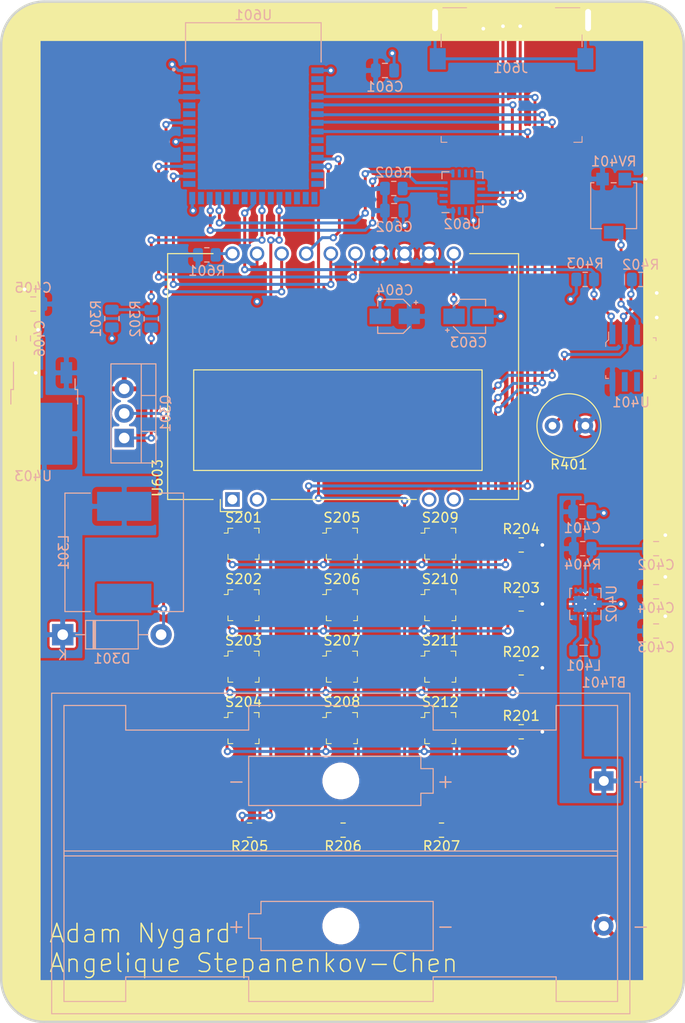
<source format=kicad_pcb>
(kicad_pcb (version 20171130) (host pcbnew "(5.1.9)-1")
  (title_block (title "Smart Lock") (date 2021-04-19) (rev v1.0) (company "UW Madison") (comment 1 "Adam Nygard") (comment 2 "Angelique Stepanenkov-Chen") (comment 3 "Cristian Sanchez") (comment 4 "Jake Wesson"))
  (layers (0 F.Cu signal) (31 B.Cu signal) (34 B.Paste user) (35 F.Paste user) (36 B.SilkS user) (37 F.SilkS user) (38 B.Mask user) (39 F.Mask user) (44 Edge.Cuts user))
  (net 0 "")
  (net 1 GND)
  (net 2 /Power_Supply/VBAT_IN)
  (net 3 +3V3)
  (net 4 +12V)
  (net 5 /Lock_Mechanism/MTR_CTRL)
  (net 6 "Net-(J601-PadSH)")
  (net 7 "Net-(J601-Pad9)")
  (net 8 +5V)
  (net 9 "Net-(J601-Pad8)")
  (net 10 "Net-(J601-Pad5)")
  (net 11 "Net-(J601-Pad6)")
  (net 12 "Net-(J601-Pad7)")
  (net 13 /Keypad/KYPD_RW_3)
  (net 14 /Keypad/KYPD_RW_2)
  (net 15 /Keypad/KYPD_RW_1)
  (net 16 /Keypad/KYPD_RW_0)
  (net 17 /Keypad/KYPD_CL_0)
  (net 18 /Keypad/KYPD_CL_1)
  (net 19 /Keypad/KYPD_CL_2)
  (net 20 /Lock_Mechanism/MTR_ON)
  (net 21 /Light_Sensor/LIGHT_DIV)
  (net 22 /Light_Sensor/LIGHT_OUT)
  (net 23 /Light_Sensor/V_THRESH)
  (net 24 "Net-(U601-Pad30)")
  (net 25 "Net-(U601-Pad31)")
  (net 26 SCLK)
  (net 27 "Net-(U601-Pad34)")
  (net 28 "Net-(U601-Pad35)")
  (net 29 "Net-(U601-Pad41)")
  (net 30 "Net-(U601-Pad42)")
  (net 31 "Net-(U601-Pad29)")
  (net 32 "Net-(U601-Pad28)")
  (net 33 "Net-(U601-Pad27)")
  (net 34 "Net-(U601-Pad26)")
  (net 35 "Net-(U601-Pad24)")
  (net 36 "Net-(U601-Pad21)")
  (net 37 "Net-(U601-Pad20)")
  (net 38 "Net-(U601-Pad19)")
  (net 39 USB_UART_TX)
  (net 40 USB_UART_RX)
  (net 41 "Net-(U601-Pad16)")
  (net 42 "Net-(U601-Pad14)")
  (net 43 MOSI)
  (net 44 MISO)
  (net 45 "Net-(U601-Pad11)")
  (net 46 "Net-(U601-Pad10)")
  (net 47 "Net-(U601-Pad8)")
  (net 48 SS_0)
  (net 49 "Net-(U601-Pad6)")
  (net 50 "Net-(U601-Pad5)")
  (net 51 "Net-(U601-Pad3)")
  (net 52 "Net-(U601-Pad2)")
  (net 53 "Net-(U602-Pad17)")
  (net 54 "Net-(U602-Pad15)")
  (net 55 "Net-(U602-Pad14)")
  (net 56 "Net-(U602-Pad10)")
  (net 57 "Net-(U602-Pad9)")
  (net 58 "Net-(U602-Pad8)")
  (net 59 "Net-(U602-Pad7)")
  (net 60 "Net-(U602-Pad6)")
  (net 61 "Net-(U602-Pad2)")
  (net 62 "Net-(U602-Pad1)")
  (net 63 "Net-(U603-Pad1)")
  (net 64 "Net-(U603-Pad10)")
  (net 65 "Net-(U603-Pad9)")
  (net 66 "Net-(U603-Pad2)")
  (net 67 /MCU/V_OUT_SCR)
  (net 68 /Keypad/KYPD_COL_CNCT0)
  (net 69 /Keypad/KYPD_COL_CNCT1)
  (net 70 /Keypad/KYPD_COL_CNCT2)
  (net 71 /Power_Supply/EN)
  (net 72 /MCU/D-)
  (net 73 /MCU/D+)
  (net 74 /Power_Supply/INDCTR_RGHT)
  (net 75 /Power_Supply/INDCTR_LFT)
  (net 76 /Lock_Mechanism/MOS_GATE)
  (net 77 /MCU/RST_N_SCR)
  (net 78 /MCU/RST_N_USB)
  (module Package_SON:Texas_DRC0010J_ThermalVias (layer B.Cu) (at 169.799 103.886 90)
    (fp_text reference U402 (at 0.02032 2.7 90) (layer B.SilkS) (effects (justify mirror)))
    (fp_text value TPS63001)
    (pad 11 thru_hole circle (at 0 0.95 90) (size 0.5 0.5) (drill 0.2) (layers *.Cu) (net 1 GND))
    (pad 11 thru_hole circle (at 0.575 0 90) (size 0.5 0.5) (drill 0.2) (layers *.Cu) (net 1 GND))
    (pad 11 thru_hole circle (at -0.575 0 90) (size 0.5 0.5) (drill 0.2) (layers *.Cu) (net 1 GND))
    (pad 11 thru_hole circle (at 0 -0.95 90) (size 0.5 0.5) (drill 0.2) (layers *.Cu) (net 1 GND))
    (pad 11 smd custom (at 0 0 90) (size 1.65 2.4) (layers B.Cu B.Mask) (net 1 GND) (options (clearance outline) (anchor rect)) (primitives (gr_poly (pts (xy -0.375 1.1) (xy -0.375 1.7) (xy -0.125 1.7) (xy -0.125 1.1) (xy 0.125 1.1) (xy 0.125 1.7) (xy 0.375 1.7) (xy 0.375 -1.7) (xy 0.125 -1.7) (xy 0.125 -1.1) (xy -0.125 -1.1) (xy -0.125 -1.7) (xy -0.375 -1.7)) (width 0))))
    (pad 10 smd rect (at 1.4 1 90) (size 0.6 0.24) (layers B.Cu B.Paste B.Mask) (net 3 +3V3))
    (pad 9 smd rect (at 1.4 0.5 90) (size 0.6 0.24) (layers B.Cu B.Paste B.Mask) (net 1 GND))
    (pad 8 smd rect (at 1.4 0 90) (size 0.6 0.24) (layers B.Cu B.Paste B.Mask) (net 71 /Power_Supply/EN))
    (pad 7 smd rect (at 1.4 -0.5 90) (size 0.6 0.24) (layers B.Cu B.Paste B.Mask) (net 71 /Power_Supply/EN))
    (pad 6 smd rect (at 1.4 -1 90) (size 0.6 0.24) (layers B.Cu B.Paste B.Mask) (net 71 /Power_Supply/EN))
    (pad 5 smd rect (at -1.4 -1 90) (size 0.6 0.24) (layers B.Cu B.Paste B.Mask) (net 2 /Power_Supply/VBAT_IN))
    (pad 4 smd rect (at -1.4 -0.5 90) (size 0.6 0.24) (layers B.Cu B.Paste B.Mask) (net 75 /Power_Supply/INDCTR_LFT))
    (pad 3 smd rect (at -1.4 0 90) (size 0.6 0.24) (layers B.Cu B.Paste B.Mask) (net 1 GND))
    (pad 2 smd rect (at -1.4 0.5 90) (size 0.6 0.24) (layers B.Cu B.Paste B.Mask) (net 74 /Power_Supply/INDCTR_RGHT))
    (pad 1 smd rect (at -1.4 1 90) (size 0.6 0.24) (layers B.Cu B.Paste B.Mask) (net 3 +3V3))
  )
  (module digikey-footprints:SOIC-8_W3.9mm (layer B.Cu) (at 174.498 78.486)
    (fp_text reference U401 (at 0.01778 4.56946) (layer B.SilkS) (effects (justify mirror)))
    (fp_text value LM358DR)
    (pad 3 smd rect (at 0.635 -2.45) (size 0.6 2) (layers B.Cu B.Paste B.Mask) (net 23 /Light_Sensor/V_THRESH))
    (pad 8 smd rect (at -1.905 2.45) (size 0.6 2) (layers B.Cu B.Paste B.Mask) (net 3 +3V3))
    (pad 7 smd rect (at -0.635 2.45) (size 0.6 2) (layers B.Cu B.Paste B.Mask))
    (pad 6 smd rect (at 0.635 2.45) (size 0.6 2) (layers B.Cu B.Paste B.Mask))
    (pad 5 smd rect (at 1.905 2.45) (size 0.6 2) (layers B.Cu B.Paste B.Mask))
    (pad 4 smd rect (at 1.905 -2.45) (size 0.6 2) (layers B.Cu B.Paste B.Mask) (net 1 GND))
    (pad 2 smd rect (at -0.635 -2.45) (size 0.6 2) (layers B.Cu B.Paste B.Mask) (net 21 /Light_Sensor/LIGHT_DIV))
    (pad 1 smd rect (at -1.905 -2.45) (size 0.6 2) (layers B.Cu B.Paste B.Mask) (net 22 /Light_Sensor/LIGHT_OUT))
  )
  (module Final_Project_Pieces:XCVR_CYBLE-416045-02 (layer B.Cu) (at 135.509 53.086 180)
    (fp_text reference U601 (at 0 10.033) (layer B.SilkS) (effects (font (size 1.001425 1.001425)) (justify mirror)))
    (fp_text value CYBLE-416045-02)
    (pad 30 smd rect (at -6.62 -7.4 180) (size 1.27 0.61) (layers B.Cu B.Paste B.Mask) (net 24 "Net-(U601-Pad30)"))
    (pad 31 smd rect (at -6.62 -6.5 180) (size 1.27 0.61) (layers B.Cu B.Paste B.Mask) (net 25 "Net-(U601-Pad31)"))
    (pad 32 smd rect (at -6.62 -5.6 180) (size 1.27 0.61) (layers B.Cu B.Paste B.Mask) (net 19 /Keypad/KYPD_CL_2))
    (pad 33 smd rect (at -6.62 -4.7 180) (size 1.27 0.61) (layers B.Cu B.Paste B.Mask) (net 26 SCLK))
    (pad 34 smd rect (at -6.62 -3.79 180) (size 1.27 0.61) (layers B.Cu B.Paste B.Mask) (net 27 "Net-(U601-Pad34)"))
    (pad 35 smd rect (at -6.62 -2.89 180) (size 1.27 0.61) (layers B.Cu B.Paste B.Mask) (net 28 "Net-(U601-Pad35)"))
    (pad 36 smd rect (at -6.62 -1.99 180) (size 1.27 0.61) (layers B.Cu B.Paste B.Mask) (net 18 /Keypad/KYPD_CL_1))
    (pad 37 smd rect (at -6.62 -1.09 180) (size 1.27 0.61) (layers B.Cu B.Paste B.Mask) (net 13 /Keypad/KYPD_RW_3))
    (pad 38 smd rect (at -6.62 -0.19 180) (size 1.27 0.61) (layers B.Cu B.Paste B.Mask) (net 14 /Keypad/KYPD_RW_2))
    (pad 39 smd rect (at -6.62 0.71 180) (size 1.27 0.61) (layers B.Cu B.Paste B.Mask) (net 16 /Keypad/KYPD_RW_0))
    (pad 40 smd rect (at -6.62 1.62 180) (size 1.27 0.61) (layers B.Cu B.Paste B.Mask) (net 15 /Keypad/KYPD_RW_1))
    (pad 41 smd rect (at -6.62 2.52 180) (size 1.27 0.61) (layers B.Cu B.Paste B.Mask) (net 29 "Net-(U601-Pad41)"))
    (pad 42 smd rect (at -6.62 3.42 180) (size 1.27 0.61) (layers B.Cu B.Paste B.Mask) (net 30 "Net-(U601-Pad42)"))
    (pad 43 smd rect (at -6.62 4.32 180) (size 1.27 0.61) (layers B.Cu B.Paste B.Mask) (net 1 GND))
    (pad 29 smd rect (at -6.31 -8.87 180) (size 0.61 1.27) (layers B.Cu B.Paste B.Mask) (net 31 "Net-(U601-Pad29)"))
    (pad 28 smd rect (at -5.41 -8.87 180) (size 0.61 1.27) (layers B.Cu B.Paste B.Mask) (net 32 "Net-(U601-Pad28)"))
    (pad 27 smd rect (at -4.51 -8.87 180) (size 0.61 1.27) (layers B.Cu B.Paste B.Mask) (net 33 "Net-(U601-Pad27)"))
    (pad 26 smd rect (at -3.61 -8.87 180) (size 0.61 1.27) (layers B.Cu B.Paste B.Mask) (net 34 "Net-(U601-Pad26)"))
    (pad 25 smd rect (at -2.7 -8.87 180) (size 0.61 1.27) (layers B.Cu B.Paste B.Mask) (net 17 /Keypad/KYPD_CL_0))
    (pad 24 smd rect (at -1.8 -8.87 180) (size 0.61 1.27) (layers B.Cu B.Paste B.Mask) (net 35 "Net-(U601-Pad24)"))
    (pad 23 smd rect (at -0.9 -8.87 180) (size 0.61 1.27) (layers B.Cu B.Paste B.Mask) (net 20 /Lock_Mechanism/MTR_ON))
    (pad 22 smd rect (at 0 -8.87 180) (size 0.61 1.27) (layers B.Cu B.Paste B.Mask) (net 22 /Light_Sensor/LIGHT_OUT))
    (pad 21 smd rect (at 0.9 -8.87 180) (size 0.61 1.27) (layers B.Cu B.Paste B.Mask) (net 36 "Net-(U601-Pad21)"))
    (pad 20 smd rect (at 1.8 -8.87 180) (size 0.61 1.27) (layers B.Cu B.Paste B.Mask) (net 37 "Net-(U601-Pad20)"))
    (pad 19 smd rect (at 2.71 -8.87 180) (size 0.61 1.27) (layers B.Cu B.Paste B.Mask) (net 38 "Net-(U601-Pad19)"))
    (pad 18 smd rect (at 3.61 -8.87 180) (size 0.61 1.27) (layers B.Cu B.Paste B.Mask) (net 39 USB_UART_TX))
    (pad 17 smd rect (at 4.51 -8.87 180) (size 0.61 1.27) (layers B.Cu B.Paste B.Mask) (net 40 USB_UART_RX))
    (pad 16 smd rect (at 5.41 -8.87 180) (size 0.61 1.27) (layers B.Cu B.Paste B.Mask) (net 41 "Net-(U601-Pad16)"))
    (pad 15 smd rect (at 6.31 -8.87 180) (size 0.61 1.27) (layers B.Cu B.Paste B.Mask) (net 1 GND))
    (pad 14 smd rect (at 6.62 -7.4 180) (size 1.27 0.61) (layers B.Cu B.Paste B.Mask) (net 42 "Net-(U601-Pad14)"))
    (pad 13 smd rect (at 6.62 -6.5 180) (size 1.27 0.61) (layers B.Cu B.Paste B.Mask) (net 43 MOSI))
    (pad 12 smd rect (at 6.62 -5.6 180) (size 1.27 0.61) (layers B.Cu B.Paste B.Mask) (net 44 MISO))
    (pad 11 smd rect (at 6.62 -4.7 180) (size 1.27 0.61) (layers B.Cu B.Paste B.Mask) (net 45 "Net-(U601-Pad11)"))
    (pad 10 smd rect (at 6.62 -3.79 180) (size 1.27 0.61) (layers B.Cu B.Paste B.Mask) (net 46 "Net-(U601-Pad10)"))
    (pad 9 smd rect (at 6.62 -2.89 180) (size 1.27 0.61) (layers B.Cu B.Paste B.Mask) (net 1 GND))
    (pad 8 smd rect (at 6.62 -1.99 180) (size 1.27 0.61) (layers B.Cu B.Paste B.Mask) (net 47 "Net-(U601-Pad8)"))
    (pad 7 smd rect (at 6.62 -1.09 180) (size 1.27 0.61) (layers B.Cu B.Paste B.Mask) (net 48 SS_0))
    (pad 6 smd rect (at 6.62 -0.19 180) (size 1.27 0.61) (layers B.Cu B.Paste B.Mask) (net 49 "Net-(U601-Pad6)"))
    (pad 5 smd rect (at 6.62 0.71 180) (size 1.27 0.61) (layers B.Cu B.Paste B.Mask) (net 50 "Net-(U601-Pad5)"))
    (pad 4 smd rect (at 6.62 1.62 180) (size 1.27 0.61) (layers B.Cu B.Paste B.Mask) (net 3 +3V3))
    (pad 3 smd rect (at 6.62 2.52 180) (size 1.27 0.61) (layers B.Cu B.Paste B.Mask) (net 51 "Net-(U601-Pad3)"))
    (pad 2 smd rect (at 6.62 3.42 180) (size 1.27 0.61) (layers B.Cu B.Paste B.Mask) (net 52 "Net-(U601-Pad2)"))
    (pad 1 smd rect (at 6.62 4.32 180) (size 1.27 0.61) (layers B.Cu B.Paste B.Mask) (net 1 GND))
  )
  (module Potentiometer_SMD:Potentiometer_Bourns_3314G_Vertical (layer B.Cu) (at 172.72 62.738 180)
    (fp_text reference RV401 (at 0 4.572) (layer B.SilkS) (effects (justify mirror)))
    (fp_text value 20K)
    (pad 3 smd rect (at -1.15 2.75 180) (size 1.3 1.3) (layers B.Cu B.Paste B.Mask) (net 1 GND))
    (pad 2 smd rect (at 0 -2.75 180) (size 2 1.3) (layers B.Cu B.Paste B.Mask) (net 23 /Light_Sensor/V_THRESH))
    (pad 1 smd rect (at 1.15 2.75 180) (size 1.3 1.3) (layers B.Cu B.Paste B.Mask) (net 3 +3V3))
  )
  (module Inductor_SMD:L_Pulse_PA4320 (layer B.Cu) (at 122.174 98.552 270)
    (fp_text reference L301 (at 0 6.25 90) (layer B.SilkS) (effects (justify mirror)))
    (fp_text value 322mH)
    (pad 2 smd rect (at 4.75 0 180) (size 5.6 3) (layers B.Cu B.Paste B.Mask) (net 5 /Lock_Mechanism/MTR_CTRL))
    (pad 1 smd rect (at -4.75 0 180) (size 5.6 3) (layers B.Cu B.Paste B.Mask) (net 4 +12V))
  )
  (module Display:EA_DOGS104X-A (layer F.Cu) (at 133.35 93.091 90)
    (fp_text reference U603 (at 2.22 -7.73 90) (layer F.SilkS))
    (fp_text value EA_DOGS104B-A)
    (pad 1 thru_hole rect (at 0 0 90) (size 1.5 1.5) (drill 1) (layers *.Cu *.Mask) (net 63 "Net-(U603-Pad1)"))
    (pad 20 thru_hole circle (at 25.4 0 90) (size 1.5 1.5) (drill 1) (layers *.Cu *.Mask) (net 77 /MCU/RST_N_SCR))
    (pad 19 thru_hole circle (at 25.4 2.54 90) (size 1.5 1.5) (drill 1) (layers *.Cu *.Mask) (net 1 GND))
    (pad 18 thru_hole circle (at 25.4 5.08 90) (size 1.5 1.5) (drill 1) (layers *.Cu *.Mask) (net 48 SS_0))
    (pad 17 thru_hole circle (at 25.4 7.62 90) (size 1.5 1.5) (drill 1) (layers *.Cu *.Mask) (net 26 SCLK))
    (pad 16 thru_hole circle (at 25.4 10.16 90) (size 1.5 1.5) (drill 1) (layers *.Cu *.Mask) (net 43 MOSI))
    (pad 15 thru_hole circle (at 25.4 12.7 90) (size 1.5 1.5) (drill 1) (layers *.Cu *.Mask) (net 44 MISO))
    (pad 14 thru_hole circle (at 25.4 15.24 90) (size 1.5 1.5) (drill 1) (layers *.Cu *.Mask) (net 1 GND))
    (pad 13 thru_hole circle (at 25.4 17.78 90) (size 1.5 1.5) (drill 1) (layers *.Cu *.Mask) (net 3 +3V3))
    (pad 12 thru_hole circle (at 25.4 20.32 90) (size 1.5 1.5) (drill 1) (layers *.Cu *.Mask) (net 3 +3V3))
    (pad 11 thru_hole circle (at 25.4 22.86 90) (size 1.5 1.5) (drill 1) (layers *.Cu *.Mask) (net 67 /MCU/V_OUT_SCR))
    (pad 10 thru_hole circle (at 0 22.86 90) (size 1.5 1.5) (drill 1) (layers *.Cu *.Mask) (net 64 "Net-(U603-Pad10)"))
    (pad 9 thru_hole circle (at 0 20.32 90) (size 1.5 1.5) (drill 1) (layers *.Cu *.Mask) (net 65 "Net-(U603-Pad9)"))
    (pad 2 thru_hole circle (at 0 2.54 90) (size 1.5 1.5) (drill 1) (layers *.Cu *.Mask) (net 66 "Net-(U603-Pad2)"))
  )
  (module Package_DFN_QFN:QFN-16-1EP_4x4mm_P0.65mm_EP2.5x2.5mm (layer B.Cu) (at 157.099 61.341)
    (fp_text reference U602 (at 0 3.3) (layer B.SilkS) (effects (justify mirror)))
    (fp_text value MCP2221AxML)
    (pad 17 smd rect (at 0 0) (size 2.5 2.5) (layers B.Cu B.Mask) (net 53 "Net-(U602-Pad17)"))
    (pad 16 smd roundrect (at -0.975 1.9375) (size 0.3 0.825) (layers B.Cu B.Paste B.Mask) (net 3 +3V3))
    (pad 15 smd roundrect (at -0.325 1.9375) (size 0.3 0.825) (layers B.Cu B.Paste B.Mask) (net 54 "Net-(U602-Pad15)"))
    (pad 14 smd roundrect (at 0.325 1.9375) (size 0.3 0.825) (layers B.Cu B.Paste B.Mask) (net 55 "Net-(U602-Pad14)"))
    (pad 13 smd roundrect (at 0.975 1.9375) (size 0.3 0.825) (layers B.Cu B.Paste B.Mask) (net 1 GND))
    (pad 12 smd roundrect (at 1.9375 0.975) (size 0.825 0.3) (layers B.Cu B.Paste B.Mask) (net 73 /MCU/D+))
    (pad 11 smd roundrect (at 1.9375 0.325) (size 0.825 0.3) (layers B.Cu B.Paste B.Mask) (net 72 /MCU/D-))
    (pad 10 smd roundrect (at 1.9375 -0.325) (size 0.825 0.3) (layers B.Cu B.Paste B.Mask) (net 56 "Net-(U602-Pad10)"))
    (pad 9 smd roundrect (at 1.9375 -0.975) (size 0.825 0.3) (layers B.Cu B.Paste B.Mask) (net 57 "Net-(U602-Pad9)"))
    (pad 8 smd roundrect (at 0.975 -1.9375) (size 0.3 0.825) (layers B.Cu B.Paste B.Mask) (net 58 "Net-(U602-Pad8)"))
    (pad 7 smd roundrect (at 0.325 -1.9375) (size 0.3 0.825) (layers B.Cu B.Paste B.Mask) (net 59 "Net-(U602-Pad7)"))
    (pad 6 smd roundrect (at -0.325 -1.9375) (size 0.3 0.825) (layers B.Cu B.Paste B.Mask) (net 60 "Net-(U602-Pad6)"))
    (pad 5 smd roundrect (at -0.975 -1.9375) (size 0.3 0.825) (layers B.Cu B.Paste B.Mask) (net 39 USB_UART_TX))
    (pad 4 smd roundrect (at -1.9375 -0.975) (size 0.825 0.3) (layers B.Cu B.Paste B.Mask) (net 40 USB_UART_RX))
    (pad 3 smd roundrect (at -1.9375 -0.325) (size 0.825 0.3) (layers B.Cu B.Paste B.Mask) (net 78 /MCU/RST_N_USB))
    (pad 2 smd roundrect (at -1.9375 0.325) (size 0.825 0.3) (layers B.Cu B.Paste B.Mask) (net 61 "Net-(U602-Pad2)"))
    (pad 1 smd roundrect (at -1.9375 0.975) (size 0.825 0.3) (layers B.Cu B.Paste B.Mask) (net 62 "Net-(U602-Pad1)"))
  )
  (module Package_TO_SOT_SMD:TO-252-2 (layer B.Cu) (at 113.919 84.201 270)
    (fp_text reference U403 (at 6.477 1.143 180) (layer B.SilkS) (effects (justify mirror)))
    (fp_text value NCP1117-12_TO252)
    (pad 2 smd rect (at 2.1 0 270) (size 6.4 5.8) (layers B.Cu B.Mask) (net 4 +12V))
    (pad 3 smd rect (at -4.2 -2.28 270) (size 2.2 1.2) (layers B.Cu B.Paste B.Mask) (net 3 +3V3))
    (pad 1 smd rect (at -4.2 2.28 270) (size 2.2 1.2) (layers B.Cu B.Paste B.Mask) (net 1 GND))
  )
  (module digikey-footprints:Switch_Tactile_SMD_B3U-1000P (layer F.Cu) (at 154.813 116.713)
    (fp_text reference S212 (at 0 -2.7) (layer F.SilkS))
    (fp_text value B3U-1000P)
    (pad 2 smd rect (at 1.7 0) (size 0.8 1.7) (layers F.Cu F.Paste F.Mask) (net 70 /Keypad/KYPD_COL_CNCT2))
    (pad 1 smd rect (at -1.7 0) (size 0.8 1.7) (layers F.Cu F.Paste F.Mask) (net 13 /Keypad/KYPD_RW_3))
  )
  (module digikey-footprints:Switch_Tactile_SMD_B3U-1000P (layer F.Cu) (at 154.813 110.363)
    (fp_text reference S211 (at 0 -2.7) (layer F.SilkS))
    (fp_text value B3U-1000P)
    (pad 2 smd rect (at 1.7 0) (size 0.8 1.7) (layers F.Cu F.Paste F.Mask) (net 70 /Keypad/KYPD_COL_CNCT2))
    (pad 1 smd rect (at -1.7 0) (size 0.8 1.7) (layers F.Cu F.Paste F.Mask) (net 14 /Keypad/KYPD_RW_2))
  )
  (module digikey-footprints:Switch_Tactile_SMD_B3U-1000P (layer F.Cu) (at 154.813 104.013)
    (fp_text reference S210 (at 0 -2.7) (layer F.SilkS))
    (fp_text value B3U-1000P)
    (pad 2 smd rect (at 1.7 0) (size 0.8 1.7) (layers F.Cu F.Paste F.Mask) (net 70 /Keypad/KYPD_COL_CNCT2))
    (pad 1 smd rect (at -1.7 0) (size 0.8 1.7) (layers F.Cu F.Paste F.Mask) (net 15 /Keypad/KYPD_RW_1))
  )
  (module digikey-footprints:Switch_Tactile_SMD_B3U-1000P (layer F.Cu) (at 154.813 97.663)
    (fp_text reference S209 (at 0 -2.7) (layer F.SilkS))
    (fp_text value B3U-1000P)
    (pad 2 smd rect (at 1.7 0) (size 0.8 1.7) (layers F.Cu F.Paste F.Mask) (net 70 /Keypad/KYPD_COL_CNCT2))
    (pad 1 smd rect (at -1.7 0) (size 0.8 1.7) (layers F.Cu F.Paste F.Mask) (net 16 /Keypad/KYPD_RW_0))
  )
  (module digikey-footprints:Switch_Tactile_SMD_B3U-1000P (layer F.Cu) (at 144.653 116.713)
    (fp_text reference S208 (at 0 -2.7) (layer F.SilkS))
    (fp_text value B3U-1000P)
    (pad 2 smd rect (at 1.7 0) (size 0.8 1.7) (layers F.Cu F.Paste F.Mask) (net 69 /Keypad/KYPD_COL_CNCT1))
    (pad 1 smd rect (at -1.7 0) (size 0.8 1.7) (layers F.Cu F.Paste F.Mask) (net 13 /Keypad/KYPD_RW_3))
  )
  (module digikey-footprints:Switch_Tactile_SMD_B3U-1000P (layer F.Cu) (at 144.653 110.363)
    (fp_text reference S207 (at 0 -2.7) (layer F.SilkS))
    (fp_text value B3U-1000P)
    (pad 2 smd rect (at 1.7 0) (size 0.8 1.7) (layers F.Cu F.Paste F.Mask) (net 69 /Keypad/KYPD_COL_CNCT1))
    (pad 1 smd rect (at -1.7 0) (size 0.8 1.7) (layers F.Cu F.Paste F.Mask) (net 14 /Keypad/KYPD_RW_2))
  )
  (module digikey-footprints:Switch_Tactile_SMD_B3U-1000P (layer F.Cu) (at 144.653 104.013)
    (fp_text reference S206 (at 0 -2.7) (layer F.SilkS))
    (fp_text value B3U-1000P)
    (pad 2 smd rect (at 1.7 0) (size 0.8 1.7) (layers F.Cu F.Paste F.Mask) (net 69 /Keypad/KYPD_COL_CNCT1))
    (pad 1 smd rect (at -1.7 0) (size 0.8 1.7) (layers F.Cu F.Paste F.Mask) (net 15 /Keypad/KYPD_RW_1))
  )
  (module digikey-footprints:Switch_Tactile_SMD_B3U-1000P (layer F.Cu) (at 144.653 97.663)
    (fp_text reference S205 (at 0 -2.7) (layer F.SilkS))
    (fp_text value B3U-1000P)
    (pad 2 smd rect (at 1.7 0) (size 0.8 1.7) (layers F.Cu F.Paste F.Mask) (net 69 /Keypad/KYPD_COL_CNCT1))
    (pad 1 smd rect (at -1.7 0) (size 0.8 1.7) (layers F.Cu F.Paste F.Mask) (net 16 /Keypad/KYPD_RW_0))
  )
  (module digikey-footprints:Switch_Tactile_SMD_B3U-1000P (layer F.Cu) (at 134.493 116.713)
    (fp_text reference S204 (at 0 -2.7) (layer F.SilkS))
    (fp_text value B3U-1000P)
    (pad 2 smd rect (at 1.7 0) (size 0.8 1.7) (layers F.Cu F.Paste F.Mask) (net 68 /Keypad/KYPD_COL_CNCT0))
    (pad 1 smd rect (at -1.7 0) (size 0.8 1.7) (layers F.Cu F.Paste F.Mask) (net 13 /Keypad/KYPD_RW_3))
  )
  (module digikey-footprints:Switch_Tactile_SMD_B3U-1000P (layer F.Cu) (at 134.493 110.363)
    (fp_text reference S203 (at 0 -2.7) (layer F.SilkS))
    (fp_text value B3U-1000P)
    (pad 2 smd rect (at 1.7 0) (size 0.8 1.7) (layers F.Cu F.Paste F.Mask) (net 68 /Keypad/KYPD_COL_CNCT0))
    (pad 1 smd rect (at -1.7 0) (size 0.8 1.7) (layers F.Cu F.Paste F.Mask) (net 14 /Keypad/KYPD_RW_2))
  )
  (module digikey-footprints:Switch_Tactile_SMD_B3U-1000P (layer F.Cu) (at 134.493 104.013)
    (fp_text reference S202 (at 0 -2.7) (layer F.SilkS))
    (fp_text value B3U-1000P)
    (pad 2 smd rect (at 1.7 0) (size 0.8 1.7) (layers F.Cu F.Paste F.Mask) (net 68 /Keypad/KYPD_COL_CNCT0))
    (pad 1 smd rect (at -1.7 0) (size 0.8 1.7) (layers F.Cu F.Paste F.Mask) (net 15 /Keypad/KYPD_RW_1))
  )
  (module digikey-footprints:Switch_Tactile_SMD_B3U-1000P (layer F.Cu) (at 134.493 97.663)
    (fp_text reference S201 (at 0 -2.7) (layer F.SilkS))
    (fp_text value B3U-1000P)
    (pad 2 smd rect (at 1.7 0) (size 0.8 1.7) (layers F.Cu F.Paste F.Mask) (net 68 /Keypad/KYPD_COL_CNCT0))
    (pad 1 smd rect (at -1.7 0) (size 0.8 1.7) (layers F.Cu F.Paste F.Mask) (net 16 /Keypad/KYPD_RW_0))
  )
  (module Resistor_SMD:R_0805_2012Metric (layer B.Cu) (at 150.0105 60.96 180)
    (fp_text reference R602 (at 0 1.65) (layer B.SilkS) (effects (justify mirror)))
    (fp_text value 10k)
    (pad 2 smd roundrect (at 0.9125 0 180) (size 1.025 1.4) (layers B.Cu B.Paste B.Mask) (roundrect_rratio 0.243902) (net 3 +3V3))
    (pad 1 smd roundrect (at -0.9125 0 180) (size 1.025 1.4) (layers B.Cu B.Paste B.Mask) (roundrect_rratio 0.243902) (net 78 /MCU/RST_N_USB))
  )
  (module Resistor_SMD:R_0805_2012Metric (layer B.Cu) (at 130.7065 67.818)
    (fp_text reference R601 (at 0 1.65) (layer B.SilkS) (effects (justify mirror)))
    (fp_text value 10k)
    (pad 2 smd roundrect (at 0.9125 0) (size 1.025 1.4) (layers B.Cu B.Paste B.Mask) (roundrect_rratio 0.243902) (net 77 /MCU/RST_N_SCR))
    (pad 1 smd roundrect (at -0.9125 0) (size 1.025 1.4) (layers B.Cu B.Paste B.Mask) (roundrect_rratio 0.243902) (net 3 +3V3))
  )
  (module Resistor_SMD:R_0805_2012Metric (layer B.Cu) (at 169.5215 98.171)
    (fp_text reference R404 (at 0 1.65) (layer B.SilkS) (effects (justify mirror)))
    (fp_text value 100)
    (pad 2 smd roundrect (at 0.9125 0) (size 1.025 1.4) (layers B.Cu B.Paste B.Mask) (roundrect_rratio 0.243902) (net 71 /Power_Supply/EN))
    (pad 1 smd roundrect (at -0.9125 0) (size 1.025 1.4) (layers B.Cu B.Paste B.Mask) (roundrect_rratio 0.243902) (net 2 /Power_Supply/VBAT_IN))
  )
  (module Resistor_SMD:R_0805_2012Metric (layer B.Cu) (at 169.7755 70.358 180)
    (fp_text reference R403 (at 0 1.65) (layer B.SilkS) (effects (justify mirror)))
    (fp_text value 470)
    (pad 2 smd roundrect (at 0.9125 0 180) (size 1.025 1.4) (layers B.Cu B.Paste B.Mask) (roundrect_rratio 0.243902) (net 1 GND))
    (pad 1 smd roundrect (at -0.9125 0 180) (size 1.025 1.4) (layers B.Cu B.Paste B.Mask) (roundrect_rratio 0.243902) (net 22 /Light_Sensor/LIGHT_OUT))
  )
  (module Resistor_SMD:R_0805_2012Metric (layer B.Cu) (at 175.514 70.358)
    (fp_text reference R402 (at 0 -1.524) (layer B.SilkS) (effects (justify mirror)))
    (fp_text value 10K)
    (pad 2 smd roundrect (at 0.9125 0) (size 1.025 1.4) (layers B.Cu B.Paste B.Mask) (roundrect_rratio 0.243902) (net 1 GND))
    (pad 1 smd roundrect (at -0.9125 0) (size 1.025 1.4) (layers B.Cu B.Paste B.Mask) (roundrect_rratio 0.243902) (net 21 /Light_Sensor/LIGHT_DIV))
  )
  (module OptoDevice:R_LDR_D6.4mm_P3.4mm_Vertical (layer F.Cu) (at 169.799 85.471 180)
    (fp_text reference R401 (at 1.7 -4) (layer F.SilkS))
    (fp_text value A1050)
    (pad 2 thru_hole circle (at 3.4 0 180) (size 1.6 1.6) (drill 0.8) (layers *.Cu *.Mask) (net 21 /Light_Sensor/LIGHT_DIV))
    (pad 1 thru_hole circle (at 0 0 180) (size 1.6 1.6) (drill 0.8) (layers *.Cu *.Mask) (net 3 +3V3))
  )
  (module Resistor_SMD:R_0805_2012Metric (layer B.Cu) (at 124.968 74.422 270)
    (fp_text reference R302 (at 0 1.65 90) (layer B.SilkS) (effects (justify mirror)))
    (fp_text value 10K)
    (pad 2 smd roundrect (at 0.9125 0 270) (size 1.025 1.4) (layers B.Cu B.Paste B.Mask) (roundrect_rratio 0.243902) (net 76 /Lock_Mechanism/MOS_GATE))
    (pad 1 smd roundrect (at -0.9125 0 270) (size 1.025 1.4) (layers B.Cu B.Paste B.Mask) (roundrect_rratio 0.243902) (net 20 /Lock_Mechanism/MTR_ON))
  )
  (module Resistor_SMD:R_0805_2012Metric (layer B.Cu) (at 120.904 74.3985 270)
    (fp_text reference R301 (at 0 1.65 90) (layer B.SilkS) (effects (justify mirror)))
    (fp_text value 10K)
    (pad 2 smd roundrect (at 0.9125 0 270) (size 1.025 1.4) (layers B.Cu B.Paste B.Mask) (roundrect_rratio 0.243902) (net 1 GND))
    (pad 1 smd roundrect (at -0.9125 0 270) (size 1.025 1.4) (layers B.Cu B.Paste B.Mask) (roundrect_rratio 0.243902) (net 20 /Lock_Mechanism/MTR_ON))
  )
  (module Resistor_SMD:R_0805_2012Metric (layer F.Cu) (at 154.94 127.254 180)
    (fp_text reference R207 (at 0 -1.65) (layer F.SilkS))
    (fp_text value 470)
    (pad 2 smd roundrect (at 0.9125 0 180) (size 1.025 1.4) (layers F.Cu F.Paste F.Mask) (roundrect_rratio 0.243902) (net 19 /Keypad/KYPD_CL_2))
    (pad 1 smd roundrect (at -0.9125 0 180) (size 1.025 1.4) (layers F.Cu F.Paste F.Mask) (roundrect_rratio 0.243902) (net 70 /Keypad/KYPD_COL_CNCT2))
  )
  (module Resistor_SMD:R_0805_2012Metric (layer F.Cu) (at 144.78 127.254 180)
    (fp_text reference R206 (at 0 -1.65) (layer F.SilkS))
    (fp_text value 470)
    (pad 2 smd roundrect (at 0.9125 0 180) (size 1.025 1.4) (layers F.Cu F.Paste F.Mask) (roundrect_rratio 0.243902) (net 18 /Keypad/KYPD_CL_1))
    (pad 1 smd roundrect (at -0.9125 0 180) (size 1.025 1.4) (layers F.Cu F.Paste F.Mask) (roundrect_rratio 0.243902) (net 69 /Keypad/KYPD_COL_CNCT1))
  )
  (module Resistor_SMD:R_0805_2012Metric (layer F.Cu) (at 135.128 127.254 180)
    (fp_text reference R205 (at 0 -1.65) (layer F.SilkS))
    (fp_text value 470)
    (pad 2 smd roundrect (at 0.9125 0 180) (size 1.025 1.4) (layers F.Cu F.Paste F.Mask) (roundrect_rratio 0.243902) (net 17 /Keypad/KYPD_CL_0))
    (pad 1 smd roundrect (at -0.9125 0 180) (size 1.025 1.4) (layers F.Cu F.Paste F.Mask) (roundrect_rratio 0.243902) (net 68 /Keypad/KYPD_COL_CNCT0))
  )
  (module Resistor_SMD:R_0805_2012Metric (layer F.Cu) (at 163.1715 97.79)
    (fp_text reference R204 (at 0 -1.65) (layer F.SilkS))
    (fp_text value 10K)
    (pad 2 smd roundrect (at 0.9125 0) (size 1.025 1.4) (layers F.Cu F.Paste F.Mask) (roundrect_rratio 0.243902) (net 3 +3V3))
    (pad 1 smd roundrect (at -0.9125 0) (size 1.025 1.4) (layers F.Cu F.Paste F.Mask) (roundrect_rratio 0.243902) (net 16 /Keypad/KYPD_RW_0))
  )
  (module Resistor_SMD:R_0805_2012Metric (layer F.Cu) (at 163.1715 103.886)
    (fp_text reference R203 (at 0 -1.65) (layer F.SilkS))
    (fp_text value 10K)
    (pad 2 smd roundrect (at 0.9125 0) (size 1.025 1.4) (layers F.Cu F.Paste F.Mask) (roundrect_rratio 0.243902) (net 3 +3V3))
    (pad 1 smd roundrect (at -0.9125 0) (size 1.025 1.4) (layers F.Cu F.Paste F.Mask) (roundrect_rratio 0.243902) (net 15 /Keypad/KYPD_RW_1))
  )
  (module Resistor_SMD:R_0805_2012Metric (layer F.Cu) (at 163.1715 110.49)
    (fp_text reference R202 (at 0 -1.65) (layer F.SilkS))
    (fp_text value 10K)
    (pad 2 smd roundrect (at 0.9125 0) (size 1.025 1.4) (layers F.Cu F.Paste F.Mask) (roundrect_rratio 0.243902) (net 3 +3V3))
    (pad 1 smd roundrect (at -0.9125 0) (size 1.025 1.4) (layers F.Cu F.Paste F.Mask) (roundrect_rratio 0.243902) (net 14 /Keypad/KYPD_RW_2))
  )
  (module Resistor_SMD:R_0805_2012Metric (layer F.Cu) (at 163.1715 117.094)
    (fp_text reference R201 (at 0 -1.65) (layer F.SilkS))
    (fp_text value 10K)
    (pad 2 smd roundrect (at 0.9125 0) (size 1.025 1.4) (layers F.Cu F.Paste F.Mask) (roundrect_rratio 0.243902) (net 3 +3V3))
    (pad 1 smd roundrect (at -0.9125 0) (size 1.025 1.4) (layers F.Cu F.Paste F.Mask) (roundrect_rratio 0.243902) (net 13 /Keypad/KYPD_RW_3))
  )
  (module Package_TO_SOT_THT:TO-220-3_Vertical (layer B.Cu) (at 122.174 86.741 90)
    (fp_text reference Q301 (at 2.54 4.27 90) (layer B.SilkS) (effects (justify mirror)))
    (fp_text value IRF540N)
    (pad 3 thru_hole oval (at 5.08 0 90) (size 1.905 2) (drill 1.1) (layers *.Cu *.Mask) (net 1 GND))
    (pad 2 thru_hole oval (at 2.54 0 90) (size 1.905 2) (drill 1.1) (layers *.Cu *.Mask) (net 5 /Lock_Mechanism/MTR_CTRL))
    (pad 1 thru_hole rect (at 0 0 90) (size 1.905 2) (drill 1.1) (layers *.Cu *.Mask) (net 76 /Lock_Mechanism/MOS_GATE))
  )
  (module Inductor_SMD:L_0805_2012Metric (layer B.Cu) (at 169.6255 108.712)
    (fp_text reference L401 (at 0 1.55) (layer B.SilkS) (effects (justify mirror)))
    (fp_text value 2.2uH)
    (pad 2 smd roundrect (at 1.0625 0) (size 0.875 1.2) (layers B.Cu B.Paste B.Mask) (net 74 /Power_Supply/INDCTR_RGHT))
    (pad 1 smd roundrect (at -1.0625 0) (size 0.875 1.2) (layers B.Cu B.Paste B.Mask) (net 75 /Power_Supply/INDCTR_LFT))
  )
  (module digikey-footprints:USB_A_Female_AU-Y1006-3 (layer B.Cu) (at 162.179 43.561 180)
    (fp_text reference J601 (at 0.1 -4.953) (layer B.SilkS) (effects (justify mirror)))
    (fp_text value AU-Y1006-3)
    (pad SH smd rect (at 7.62 -4 180) (size 1.64 2.2) (layers B.Cu B.Paste B.Mask) (net 6 "Net-(J601-PadSH)"))
    (pad SH smd rect (at -7.62 -4 180) (size 1.64 2.2) (layers B.Cu B.Paste B.Mask) (net 6 "Net-(J601-PadSH)"))
    (pad SH thru_hole oval (at -7.9 0 180) (size 1.8 3.2) (drill oval 0.6 2.3) (layers *.Cu *.Mask) (net 6 "Net-(J601-PadSH)"))
    (pad SH thru_hole oval (at 7.9 0 180) (size 1.8 3.2) (drill oval 0.6 2.3) (layers *.Cu *.Mask) (net 6 "Net-(J601-PadSH)"))
    (pad 9 smd rect (at -4 1 180) (size 0.8 1.6) (layers B.Cu B.Paste B.Mask) (net 7 "Net-(J601-Pad9)"))
    (pad 1 smd rect (at -3 1 180) (size 0.8 1.6) (layers B.Cu B.Paste B.Mask) (net 8 +5V))
    (pad 8 smd rect (at -2 1 180) (size 0.8 1.6) (layers B.Cu B.Paste B.Mask) (net 9 "Net-(J601-Pad8)"))
    (pad 2 smd rect (at -1 1 180) (size 0.8 1.6) (layers B.Cu B.Paste B.Mask) (net 72 /MCU/D-))
    (pad 5 smd rect (at 4 1 180) (size 0.8 1.6) (layers B.Cu B.Paste B.Mask) (net 10 "Net-(J601-Pad5)"))
    (pad 4 smd rect (at 3 1 180) (size 0.8 1.6) (layers B.Cu B.Paste B.Mask) (net 1 GND))
    (pad 6 smd rect (at 2 1 180) (size 0.8 1.6) (layers B.Cu B.Paste B.Mask) (net 11 "Net-(J601-Pad6)"))
    (pad 3 smd rect (at 1 1 180) (size 0.8 1.6) (layers B.Cu B.Paste B.Mask) (net 73 /MCU/D+))
    (pad 7 smd rect (at 0 1 180) (size 0.8 1.6) (layers B.Cu B.Paste B.Mask) (net 12 "Net-(J601-Pad7)"))
  )
  (module Diode_THT:D_DO-41_SOD81_P10.16mm_Horizontal (layer B.Cu) (at 115.824 107.061)
    (fp_text reference D301 (at 5.08 2.47) (layer B.SilkS) (effects (justify mirror)))
    (fp_text value 1N4007)
    (fp_text user K (at 0 2.1) (layer B.SilkS) (effects (justify mirror)))
    (pad 2 thru_hole oval (at 10.16 0) (size 2.2 2.2) (drill 1.1) (layers *.Cu *.Mask) (net 5 /Lock_Mechanism/MTR_CTRL))
    (pad 1 thru_hole rect (at 0 0) (size 2.2 2.2) (drill 1.1) (layers *.Cu *.Mask) (net 4 +12V))
  )
  (module Capacitor_SMD:CP_Elec_3x5.3 (layer B.Cu) (at 150.114 74.168 180)
    (fp_text reference C604 (at 0 2.7) (layer B.SilkS) (effects (justify mirror)))
    (fp_text value 1uF)
    (pad 2 smd rect (at 1.5 0 180) (size 2.2 1.6) (layers B.Cu B.Paste B.Mask) (net 1 GND))
    (pad 1 smd rect (at -1.5 0 180) (size 2.2 1.6) (layers B.Cu B.Paste B.Mask) (net 3 +3V3))
  )
  (module Capacitor_SMD:CP_Elec_3x5.3 (layer B.Cu) (at 157.734 74.168)
    (fp_text reference C603 (at 0 2.7) (layer B.SilkS) (effects (justify mirror)))
    (fp_text value 1uF)
    (pad 2 smd rect (at 1.5 0) (size 2.2 1.6) (layers B.Cu B.Paste B.Mask) (net 1 GND))
    (pad 1 smd rect (at -1.5 0) (size 2.2 1.6) (layers B.Cu B.Paste B.Mask) (net 67 /MCU/V_OUT_SCR))
  )
  (module Capacitor_SMD:C_0805_2012Metric (layer B.Cu) (at 150.048 63.246)
    (fp_text reference C602 (at 0 1.68) (layer B.SilkS) (effects (justify mirror)))
    (fp_text value 10uF)
    (pad 2 smd roundrect (at 0.95 0) (size 1 1.45) (layers B.Cu B.Paste B.Mask) (net 1 GND))
    (pad 1 smd roundrect (at -0.95 0) (size 1 1.45) (layers B.Cu B.Paste B.Mask) (net 3 +3V3))
  )
  (module Capacitor_SMD:C_0805_2012Metric (layer B.Cu) (at 149.098 48.768)
    (fp_text reference C601 (at 0 1.68) (layer B.SilkS) (effects (justify mirror)))
    (fp_text value 10uF)
    (pad 2 smd roundrect (at 0.95 0) (size 1 1.45) (layers B.Cu B.Paste B.Mask) (net 1 GND))
    (pad 1 smd roundrect (at -0.95 0) (size 1 1.45) (layers B.Cu B.Paste B.Mask) (net 3 +3V3))
  )
  (module Capacitor_SMD:C_0805_2012Metric (layer B.Cu) (at 111.76 76.454 90)
    (fp_text reference C406 (at 0 1.68 90) (layer B.SilkS) (effects (justify mirror)))
    (fp_text value 10uF)
    (pad 2 smd roundrect (at 0.95 0 90) (size 1 1.45) (layers B.Cu B.Paste B.Mask) (net 1 GND))
    (pad 1 smd roundrect (at -0.95 0 90) (size 1 1.45) (layers B.Cu B.Paste B.Mask) (net 4 +12V))
  )
  (module Capacitor_SMD:C_0805_2012Metric (layer B.Cu) (at 112.776 72.898 180)
    (fp_text reference C405 (at 0 1.68) (layer B.SilkS) (effects (justify mirror)))
    (fp_text value 10uF)
    (pad 1 smd roundrect (at -0.95 0 180) (size 1 1.45) (layers B.Cu B.Paste B.Mask) (net 3 +3V3))
    (pad 2 smd roundrect (at 0.95 0 180) (size 1 1.45) (layers B.Cu B.Paste B.Mask) (net 1 GND))
  )
  (module Capacitor_SMD:C_0805_2012Metric (layer B.Cu) (at 177.104 102.616)
    (fp_text reference C404 (at 0 1.68) (layer B.SilkS) (effects (justify mirror)))
    (fp_text value 10uF)
    (pad 2 smd roundrect (at 0.95 0) (size 1 1.45) (layers B.Cu B.Paste B.Mask) (net 1 GND))
    (pad 1 smd roundrect (at -0.95 0) (size 1 1.45) (layers B.Cu B.Paste B.Mask) (net 3 +3V3))
  )
  (module Capacitor_SMD:C_0805_2012Metric (layer B.Cu) (at 177.104 106.68)
    (fp_text reference C403 (at 0 1.68) (layer B.SilkS) (effects (justify mirror)))
    (fp_text value 10uF)
    (pad 2 smd roundrect (at 0.95 0) (size 1 1.45) (layers B.Cu B.Paste B.Mask) (net 1 GND))
    (pad 1 smd roundrect (at -0.95 0) (size 1 1.45) (layers B.Cu B.Paste B.Mask) (net 3 +3V3))
  )
  (module Capacitor_SMD:C_0805_2012Metric (layer B.Cu) (at 177.104 98.171)
    (fp_text reference C402 (at 0 1.68) (layer B.SilkS) (effects (justify mirror)))
    (fp_text value 0.1uF)
    (pad 2 smd roundrect (at 0.95 0) (size 1 1.45) (layers B.Cu B.Paste B.Mask) (net 1 GND))
    (pad 1 smd roundrect (at -0.95 0) (size 1 1.45) (layers B.Cu B.Paste B.Mask) (net 71 /Power_Supply/EN))
  )
  (module Capacitor_SMD:C_0805_2012Metric (layer B.Cu) (at 169.484 94.361)
    (fp_text reference C401 (at 0 1.68) (layer B.SilkS) (effects (justify mirror)))
    (fp_text value 10uF)
    (pad 2 smd roundrect (at 0.95 0) (size 1 1.45) (layers B.Cu B.Paste B.Mask) (net 1 GND))
    (pad 1 smd roundrect (at -0.95 0) (size 1 1.45) (layers B.Cu B.Paste B.Mask) (net 2 /Power_Supply/VBAT_IN))
  )
  (module Battery:BatteryHolder_Keystone_2462_2xAA (layer B.Cu) (at 171.704 122.17 180)
    (fp_text reference BT401 (at 0 10.16 180) (layer B.SilkS) (effects (justify mirror)))
    (fp_text value 3V)
    (fp_text user - (at -3.81 -14.99) (layer B.SilkS) (effects (font (size 1.5 1.5)) (justify mirror)))
    (fp_text user + (at -3.81 0) (layer B.SilkS) (effects (font (size 1.5 1.5)) (justify mirror)))
    (fp_text user - (at 16.355 -14.99) (layer B.SilkS) (effects (font (size 1.5 1.5)) (justify mirror)))
    (fp_text user + (at 37.945 -14.99) (layer B.SilkS) (effects (font (size 1.5 1.5)) (justify mirror)))
    (fp_text user + (at 16.355 0) (layer B.SilkS) (effects (font (size 1.5 1.5)) (justify mirror)))
    (fp_text user - (at 37.945 0) (layer B.SilkS) (effects (font (size 1.5 1.5)) (justify mirror)))
    (pad "" np_thru_hole circle (at 27.165 0 180) (size 3.3 3.3) (drill 3.3) (layers *.Cu *.Mask))
    (pad "" np_thru_hole circle (at 27.165 -14.99 180) (size 3.3 3.3) (drill 3.3) (layers *.Cu *.Mask))
    (pad 2 thru_hole circle (at 0 -14.99 180) (size 2 2) (drill 1.02) (layers *.Cu *.Mask) (net 1 GND))
    (pad 1 thru_hole rect (at 0 0 180) (size 2 2) (drill 1.02) (layers *.Cu *.Mask) (net 2 /Power_Supply/VBAT_IN))
  )
  (gr_text "Adam Nygard\nAngelique Stepanenkov-Chen\n" (at 114.3 139.446) (layer F.SilkS) (effects (font (size 1.905 1.905)) (justify left)))
  (gr_arc (start 113.919 142.621) (end 109.474 142.621) (angle -90) (layer Edge.Cuts) (width 0.254))
  (gr_arc (start 175.514 142.621) (end 175.514 147.066) (angle -90) (layer Edge.Cuts) (width 0.254))
  (gr_arc (start 113.919 46.101) (end 113.919 41.656) (angle -90) (layer Edge.Cuts) (width 0.254))
  (gr_arc (start 175.514 46.101) (end 179.959 46.101) (angle -90) (layer Edge.Cuts) (width 0.254))
  (gr_line (start 109.474 142.621) (end 109.474 46.101) (layer Edge.Cuts) (width 0.254))
  (gr_line (start 175.514 147.066) (end 113.919 147.066) (layer Edge.Cuts) (width 0.254))
  (gr_line (start 179.959 46.101) (end 179.959 142.621) (layer Edge.Cuts) (width 0.254))
  (gr_line (start 113.919 41.656) (end 175.514 41.656) (layer Edge.Cuts) (width 0.254))
  (via (at 171.704 94.488) (size 0.762) (drill 0.381) (layers F.Cu B.Cu) (net 1))
  (segment (start 171.577 94.361) (end 171.704 94.488) (width 0.3048) (layer B.Cu) (net 1))
  (segment (start 170.434 94.361) (end 171.577 94.361) (width 0.3048) (layer B.Cu) (net 1))
  (segment (start 169.799 105.286) (end 169.799 104.461) (width 0.3048) (layer B.Cu) (net 1))
  (segment (start 170.299 103.386) (end 169.799 103.886) (width 0.3048) (layer B.Cu) (net 1))
  (segment (start 170.299 102.486) (end 170.299 103.386) (width 0.3048) (layer B.Cu) (net 1))
  (segment (start 111.826 75.438) (end 111.76 75.504) (width 0.3048) (layer B.Cu) (net 1))
  (via (at 113.03 80.01) (size 0.762) (drill 0.381) (layers F.Cu B.Cu) (net 1))
  (segment (start 113.021 80.001) (end 113.03 80.01) (width 0.3048) (layer B.Cu) (net 1))
  (segment (start 111.639 80.001) (end 113.021 80.001) (width 0.3048) (layer B.Cu) (net 1))
  (via (at 120.904 76.454) (size 0.762) (drill 0.381) (layers F.Cu B.Cu) (net 1))
  (segment (start 120.904 75.311) (end 120.904 76.454) (width 0.3048) (layer B.Cu) (net 1))
  (via (at 127.508 56.134) (size 0.762) (drill 0.381) (layers F.Cu B.Cu) (net 1))
  (segment (start 127.666 55.976) (end 127.508 56.134) (width 0.3048) (layer B.Cu) (net 1))
  (segment (start 128.889 55.976) (end 127.666 55.976) (width 0.3048) (layer B.Cu) (net 1))
  (via (at 129.286 63.246) (size 0.762) (drill 0.381) (layers F.Cu B.Cu) (net 1))
  (segment (start 129.199 63.159) (end 129.286 63.246) (width 0.3048) (layer B.Cu) (net 1))
  (segment (start 129.199 61.956) (end 129.199 63.159) (width 0.3048) (layer B.Cu) (net 1))
  (via (at 151.13 64.77) (size 0.762) (drill 0.381) (layers F.Cu B.Cu) (net 1))
  (segment (start 150.998 64.638) (end 151.13 64.77) (width 0.3048) (layer B.Cu) (net 1))
  (segment (start 150.998 63.246) (end 150.998 64.638) (width 0.3048) (layer B.Cu) (net 1))
  (via (at 158.242 64.262) (size 0.762) (drill 0.381) (layers F.Cu B.Cu) (net 1))
  (segment (start 158.074 64.094) (end 158.242 64.262) (width 0.3048) (layer B.Cu) (net 1))
  (segment (start 158.074 63.2785) (end 158.074 64.094) (width 0.3048) (layer B.Cu) (net 1))
  (via (at 149.86 46.99) (size 0.762) (drill 0.381) (layers F.Cu B.Cu) (net 1))
  (segment (start 150.048 47.178) (end 149.86 46.99) (width 0.3048) (layer B.Cu) (net 1))
  (segment (start 150.048 48.768) (end 150.048 47.178) (width 0.3048) (layer B.Cu) (net 1))
  (via (at 143.51 48.768) (size 0.762) (drill 0.381) (layers F.Cu B.Cu) (net 1))
  (segment (start 143.508 48.766) (end 143.51 48.768) (width 0.3048) (layer B.Cu) (net 1))
  (segment (start 142.129 48.766) (end 143.508 48.766) (width 0.3048) (layer B.Cu) (net 1))
  (via (at 161.036 74.168) (size 0.762) (drill 0.381) (layers F.Cu B.Cu) (net 1))
  (segment (start 159.234 74.168) (end 161.036 74.168) (width 0.3048) (layer B.Cu) (net 1))
  (via (at 176.022 59.944) (size 0.762) (drill 0.381) (layers F.Cu B.Cu) (net 1))
  (segment (start 175.978 59.988) (end 176.022 59.944) (width 0.3048) (layer B.Cu) (net 1))
  (segment (start 173.87 59.988) (end 175.978 59.988) (width 0.3048) (layer B.Cu) (net 1))
  (via (at 178.054 105.156) (size 0.762) (drill 0.381) (layers F.Cu B.Cu) (net 1))
  (segment (start 178.054 106.68) (end 178.054 105.156) (width 0.3048) (layer B.Cu) (net 1))
  (via (at 178.054 101.092) (size 0.762) (drill 0.381) (layers F.Cu B.Cu) (net 1))
  (segment (start 178.054 102.616) (end 178.054 101.092) (width 0.3048) (layer B.Cu) (net 1))
  (segment (start 159.179 44.371) (end 159.179 42.561) (width 0.3048) (layer B.Cu) (net 1))
  (segment (start 159.258 44.45) (end 159.179 44.371) (width 0.3048) (layer B.Cu) (net 1))
  (via (at 159.258 44.45) (size 0.762) (drill 0.381) (layers F.Cu B.Cu) (net 1))
  (segment (start 112.969 75.504) (end 111.76 75.504) (width 0.3048) (layer B.Cu) (net 1))
  (segment (start 113.284 75.565) (end 112.969 75.504) (width 0.3048) (layer B.Cu) (net 1))
  (via (at 113.284 75.565) (size 0.762) (drill 0.381) (layers F.Cu B.Cu) (net 1))
  (via (at 111.887 71.374) (size 0.762) (drill 0.381) (layers F.Cu B.Cu) (net 1))
  (segment (start 111.826 71.435) (end 111.887 71.374) (width 0.3048) (layer B.Cu) (net 1))
  (segment (start 111.826 72.898) (end 111.826 71.435) (width 0.3048) (layer B.Cu) (net 1))
  (segment (start 127.127 48.133) (end 127.764 48.766) (width 0.3048) (layer B.Cu) (net 1))
  (segment (start 127.764 48.766) (end 128.889 48.766) (width 0.3048) (layer B.Cu) (net 1))
  (via (at 127.127 48.133) (size 0.762) (drill 0.381) (layers F.Cu B.Cu) (net 1))
  (via (at 168.275 72.39) (size 0.762) (drill 0.381) (layers F.Cu B.Cu) (net 1))
  (segment (start 168.863 71.802) (end 168.275 72.39) (width 0.3048) (layer B.Cu) (net 1))
  (segment (start 168.863 70.358) (end 168.863 71.802) (width 0.3048) (layer B.Cu) (net 1))
  (via (at 177.165 71.755) (size 0.762) (drill 0.381) (layers F.Cu B.Cu) (net 1))
  (segment (start 176.4265 71.0165) (end 177.165 71.755) (width 0.3048) (layer B.Cu) (net 1))
  (segment (start 176.4265 70.358) (end 176.4265 71.0165) (width 0.3048) (layer B.Cu) (net 1))
  (via (at 177.165 74.295) (size 0.762) (drill 0.381) (layers F.Cu B.Cu) (net 1))
  (segment (start 176.403 75.057) (end 177.165 74.295) (width 0.3048) (layer B.Cu) (net 1))
  (segment (start 176.403 76.036) (end 176.403 75.057) (width 0.3048) (layer B.Cu) (net 1))
  (via (at 148.59 72.39) (size 0.762) (drill 0.381) (layers F.Cu B.Cu) (net 1))
  (segment (start 148.59 67.691) (end 148.59 72.39) (width 0.3048) (layer F.Cu) (net 1))
  (segment (start 148.59 74.144) (end 148.614 74.168) (width 0.3048) (layer B.Cu) (net 1))
  (segment (start 148.59 72.39) (end 148.59 74.144) (width 0.3048) (layer B.Cu) (net 1))
  (via (at 135.89 72.644) (size 0.762) (drill 0.381) (layers F.Cu B.Cu) (net 1))
  (segment (start 135.89 67.691) (end 135.89 72.644) (width 0.3048) (layer F.Cu) (net 1))
  (via (at 178.054 96.774) (size 0.762) (drill 0.381) (layers F.Cu B.Cu) (net 1))
  (segment (start 178.054 98.171) (end 178.054 96.774) (width 0.3048) (layer B.Cu) (net 1))
  (via (at 173.482 103.886) (size 0.762) (drill 0.381) (layers F.Cu B.Cu) (net 1))
  (segment (start 169.799 103.886) (end 173.482 103.886) (width 0.3048) (layer B.Cu) (net 1))
  (via (at 165.354 110.49) (size 0.762) (drill 0.381) (layers F.Cu B.Cu) (net 3))
  (segment (start 164.084 110.49) (end 165.354 110.49) (width 0.3048) (layer F.Cu) (net 3))
  (via (at 165.354 97.79) (size 0.762) (drill 0.381) (layers F.Cu B.Cu) (net 3))
  (segment (start 164.084 97.79) (end 165.354 97.79) (width 0.3048) (layer F.Cu) (net 3))
  (via (at 165.354 103.886) (size 0.762) (drill 0.381) (layers F.Cu B.Cu) (net 3))
  (segment (start 164.084 103.886) (end 165.354 103.886) (width 0.3048) (layer F.Cu) (net 3))
  (via (at 165.354 117.094) (size 0.762) (drill 0.381) (layers F.Cu B.Cu) (net 3))
  (segment (start 164.084 117.094) (end 165.354 117.094) (width 0.3048) (layer F.Cu) (net 3))
  (segment (start 124.587 84.201) (end 122.174 84.201) (width 0.3048) (layer B.Cu) (net 5))
  (segment (start 126.238 84.201) (end 124.587 84.201) (width 0.3048) (layer B.Cu) (net 5))
  (via (at 126.238 84.201) (size 0.762) (drill 0.381) (layers F.Cu B.Cu) (net 5))
  (segment (start 126.238 85.852) (end 126.238 84.201) (width 0.3048) (layer F.Cu) (net 5))
  (segment (start 122.225 103.302) (end 122.174 103.302) (width 0.3048) (layer B.Cu) (net 5))
  (segment (start 123.317 104.394) (end 122.225 103.302) (width 0.3048) (layer B.Cu) (net 5))
  (segment (start 126.238 104.394) (end 123.317 104.394) (width 0.3048) (layer B.Cu) (net 5))
  (segment (start 126.238 106.807) (end 125.984 107.061) (width 0.3048) (layer B.Cu) (net 5))
  (segment (start 126.238 104.394) (end 126.238 106.807) (width 0.3048) (layer B.Cu) (net 5))
  (segment (start 126.238 104.394) (end 126.238 85.852) (width 0.3048) (layer F.Cu) (net 5))
  (via (at 126.238 104.394) (size 0.762) (drill 0.381) (layers F.Cu B.Cu) (net 5))
  (segment (start 154.279 47.281) (end 154.559 47.561) (width 0.3048) (layer B.Cu) (net 6))
  (segment (start 154.279 43.561) (end 154.279 47.281) (width 0.3048) (layer B.Cu) (net 6))
  (segment (start 154.559 47.561) (end 169.799 47.561) (width 0.3048) (layer B.Cu) (net 6))
  (segment (start 169.799 43.841) (end 170.079 43.561) (width 0.3048) (layer B.Cu) (net 6))
  (segment (start 169.799 47.561) (end 169.799 43.841) (width 0.3048) (layer B.Cu) (net 6))
  (via (at 132.842 119.126) (size 0.762) (drill 0.381) (layers F.Cu B.Cu) (net 13))
  (segment (start 132.793 119.077) (end 132.842 119.126) (width 0.3048) (layer F.Cu) (net 13))
  (segment (start 132.793 116.713) (end 132.793 119.077) (width 0.3048) (layer F.Cu) (net 13))
  (via (at 162.306 119.126) (size 0.762) (drill 0.381) (layers F.Cu B.Cu) (net 13))
  (segment (start 162.306 117.141) (end 162.259 117.094) (width 0.3048) (layer F.Cu) (net 13))
  (segment (start 162.306 119.126) (end 162.306 117.141) (width 0.3048) (layer F.Cu) (net 13))
  (via (at 153.162 119.126) (size 0.762) (drill 0.381) (layers F.Cu B.Cu) (net 13))
  (segment (start 153.162 119.126) (end 162.306 119.126) (width 0.3048) (layer B.Cu) (net 13))
  (segment (start 153.113 119.077) (end 153.162 119.126) (width 0.3048) (layer F.Cu) (net 13))
  (segment (start 153.113 116.713) (end 153.113 119.077) (width 0.3048) (layer F.Cu) (net 13))
  (via (at 143.002 119.126) (size 0.762) (drill 0.381) (layers F.Cu B.Cu) (net 13))
  (segment (start 142.953 116.713) (end 142.953 119.077) (width 0.3048) (layer F.Cu) (net 13))
  (segment (start 142.953 119.077) (end 143.002 119.126) (width 0.3048) (layer F.Cu) (net 13))
  (segment (start 143.002 119.126) (end 153.162 119.126) (width 0.3048) (layer B.Cu) (net 13))
  (segment (start 132.842 119.126) (end 143.002 119.126) (width 0.3048) (layer B.Cu) (net 13))
  (via (at 160.782 81.28) (size 0.762) (drill 0.381) (layers F.Cu B.Cu) (net 13))
  (segment (start 159.766 117.094) (end 162.259 117.094) (width 0.3048) (layer F.Cu) (net 13))
  (segment (start 159.004 116.332) (end 159.766 117.094) (width 0.3048) (layer F.Cu) (net 13))
  (segment (start 159.004 83.058) (end 159.004 116.332) (width 0.3048) (layer F.Cu) (net 13))
  (segment (start 160.782 81.28) (end 159.004 83.058) (width 0.3048) (layer F.Cu) (net 13))
  (segment (start 161.798 80.264) (end 160.782 81.28) (width 0.3048) (layer B.Cu) (net 13))
  (segment (start 166.37 80.264) (end 161.798 80.264) (width 0.3048) (layer B.Cu) (net 13))
  (via (at 166.37 80.264) (size 0.762) (drill 0.381) (layers F.Cu B.Cu) (net 13))
  (segment (start 142.203 54.102) (end 142.129 54.176) (width 0.3048) (layer B.Cu) (net 13))
  (segment (start 166.37 54.102) (end 142.203 54.102) (width 0.3048) (layer B.Cu) (net 13))
  (via (at 166.37 54.102) (size 0.762) (drill 0.381) (layers F.Cu B.Cu) (net 13))
  (segment (start 166.37 80.264) (end 166.37 54.102) (width 0.3048) (layer F.Cu) (net 13))
  (via (at 133.096 113.03) (size 0.762) (drill 0.381) (layers F.Cu B.Cu) (net 14))
  (segment (start 132.793 112.727) (end 133.096 113.03) (width 0.3048) (layer F.Cu) (net 14))
  (segment (start 132.793 110.363) (end 132.793 112.727) (width 0.3048) (layer F.Cu) (net 14))
  (via (at 162.306 113.03) (size 0.762) (drill 0.381) (layers F.Cu B.Cu) (net 14))
  (segment (start 162.306 110.537) (end 162.259 110.49) (width 0.3048) (layer F.Cu) (net 14))
  (segment (start 162.306 113.03) (end 162.306 110.537) (width 0.3048) (layer F.Cu) (net 14))
  (via (at 152.908 113.03) (size 0.762) (drill 0.381) (layers F.Cu B.Cu) (net 14))
  (segment (start 153.113 110.363) (end 153.113 112.825) (width 0.3048) (layer F.Cu) (net 14))
  (segment (start 153.113 112.825) (end 152.908 113.03) (width 0.3048) (layer F.Cu) (net 14))
  (segment (start 152.908 113.03) (end 162.306 113.03) (width 0.3048) (layer B.Cu) (net 14))
  (via (at 143.002 113.03) (size 0.762) (drill 0.381) (layers F.Cu B.Cu) (net 14))
  (segment (start 142.953 112.981) (end 143.002 113.03) (width 0.3048) (layer F.Cu) (net 14))
  (segment (start 142.953 110.363) (end 142.953 112.981) (width 0.3048) (layer F.Cu) (net 14))
  (segment (start 143.002 113.03) (end 152.908 113.03) (width 0.3048) (layer B.Cu) (net 14))
  (segment (start 133.096 113.03) (end 143.002 113.03) (width 0.3048) (layer B.Cu) (net 14))
  (via (at 165.354 81.026) (size 0.762) (drill 0.381) (layers F.Cu B.Cu) (net 14))
  (segment (start 142.193 53.34) (end 142.129 53.276) (width 0.3048) (layer B.Cu) (net 14))
  (segment (start 165.354 53.34) (end 142.193 53.34) (width 0.3048) (layer B.Cu) (net 14))
  (segment (start 165.354 53.34) (end 165.354 81.026) (width 0.3048) (layer F.Cu) (net 14))
  (via (at 165.354 53.34) (size 0.762) (drill 0.381) (layers F.Cu B.Cu) (net 14))
  (segment (start 165.277801 81.102199) (end 165.354 81.026) (width 0.3048) (layer B.Cu) (net 14))
  (segment (start 162.343164 81.102199) (end 165.277801 81.102199) (width 0.3048) (layer B.Cu) (net 14))
  (segment (start 160.775182 82.55) (end 162.343164 81.102199) (width 0.3048) (layer B.Cu) (net 14))
  (segment (start 160.782 110.49) (end 162.259 110.49) (width 0.3048) (layer F.Cu) (net 14))
  (segment (start 159.766 109.474) (end 160.782 110.49) (width 0.3048) (layer F.Cu) (net 14))
  (segment (start 159.766 83.679363) (end 159.766 109.474) (width 0.3048) (layer F.Cu) (net 14))
  (segment (start 160.775182 82.55) (end 159.766 83.679363) (width 0.3048) (layer F.Cu) (net 14))
  (via (at 160.775182 82.55) (size 0.762) (drill 0.381) (layers F.Cu B.Cu) (net 14))
  (via (at 133.35 106.68) (size 0.762) (drill 0.381) (layers F.Cu B.Cu) (net 15))
  (segment (start 132.793 106.123) (end 133.35 106.68) (width 0.3048) (layer F.Cu) (net 15))
  (segment (start 132.793 104.013) (end 132.793 106.123) (width 0.3048) (layer F.Cu) (net 15))
  (via (at 161.798 106.68) (size 0.762) (drill 0.381) (layers F.Cu B.Cu) (net 15))
  (segment (start 161.798 104.347) (end 162.259 103.886) (width 0.3048) (layer F.Cu) (net 15))
  (segment (start 161.798 106.68) (end 161.798 104.347) (width 0.3048) (layer F.Cu) (net 15))
  (via (at 153.162 106.68) (size 0.762) (drill 0.381) (layers F.Cu B.Cu) (net 15))
  (segment (start 153.113 106.631) (end 153.162 106.68) (width 0.3048) (layer F.Cu) (net 15))
  (segment (start 153.113 104.013) (end 153.113 106.631) (width 0.3048) (layer F.Cu) (net 15))
  (segment (start 153.162 106.68) (end 161.798 106.68) (width 0.3048) (layer B.Cu) (net 15))
  (via (at 142.748 106.68) (size 0.762) (drill 0.381) (layers F.Cu B.Cu) (net 15))
  (segment (start 142.953 106.475) (end 142.748 106.68) (width 0.3048) (layer F.Cu) (net 15))
  (segment (start 142.953 104.013) (end 142.953 106.475) (width 0.3048) (layer F.Cu) (net 15))
  (segment (start 142.748 106.68) (end 153.162 106.68) (width 0.3048) (layer B.Cu) (net 15))
  (segment (start 133.35 106.68) (end 142.748 106.68) (width 0.3048) (layer B.Cu) (net 15))
  (via (at 164.592 81.788) (size 0.762) (drill 0.381) (layers F.Cu B.Cu) (net 15))
  (via (at 164.592 51.562002) (size 0.762) (drill 0.381) (layers F.Cu B.Cu) (net 15))
  (segment (start 142.129 51.466) (end 164.495998 51.466) (width 0.3048) (layer B.Cu) (net 15))
  (segment (start 164.592 81.788) (end 164.592 51.562002) (width 0.3048) (layer F.Cu) (net 15))
  (segment (start 164.495998 51.466) (end 164.592 51.562002) (width 0.3048) (layer B.Cu) (net 15))
  (segment (start 162.814 81.788) (end 164.592 81.788) (width 0.3048) (layer B.Cu) (net 15))
  (segment (start 161.036 103.886) (end 162.259 103.886) (width 0.3048) (layer F.Cu) (net 15))
  (segment (start 160.528 103.378) (end 161.036 103.886) (width 0.3048) (layer F.Cu) (net 15))
  (segment (start 160.782 83.82) (end 162.814 81.788) (width 0.3048) (layer B.Cu) (net 15))
  (segment (start 160.528 84.074) (end 160.528 103.378) (width 0.3048) (layer F.Cu) (net 15))
  (segment (start 160.782 83.82) (end 160.528 84.074) (width 0.3048) (layer F.Cu) (net 15))
  (via (at 160.782 83.82) (size 0.762) (drill 0.381) (layers F.Cu B.Cu) (net 15))
  (via (at 133.35 99.822) (size 0.762) (drill 0.381) (layers F.Cu B.Cu) (net 16))
  (segment (start 132.793 99.265) (end 133.35 99.822) (width 0.3048) (layer F.Cu) (net 16))
  (segment (start 132.793 97.663) (end 132.793 99.265) (width 0.3048) (layer F.Cu) (net 16))
  (via (at 161.544 99.822) (size 0.762) (drill 0.381) (layers F.Cu B.Cu) (net 16))
  (segment (start 161.544 98.505) (end 162.259 97.79) (width 0.3048) (layer F.Cu) (net 16))
  (segment (start 161.544 99.822) (end 161.544 98.505) (width 0.3048) (layer F.Cu) (net 16))
  (segment (start 153.113 99.617) (end 152.908 99.822) (width 0.3048) (layer F.Cu) (net 16))
  (segment (start 153.113 97.663) (end 153.113 99.617) (width 0.3048) (layer F.Cu) (net 16))
  (segment (start 152.908 99.822) (end 161.544 99.822) (width 0.3048) (layer B.Cu) (net 16))
  (via (at 152.908 99.822) (size 0.762) (drill 0.381) (layers F.Cu B.Cu) (net 16))
  (segment (start 142.953 99.617) (end 142.748 99.822) (width 0.3048) (layer F.Cu) (net 16))
  (segment (start 142.953 97.663) (end 142.953 99.617) (width 0.3048) (layer F.Cu) (net 16))
  (via (at 142.748 99.822) (size 0.762) (drill 0.381) (layers F.Cu B.Cu) (net 16))
  (segment (start 142.748 99.822) (end 152.908 99.822) (width 0.3048) (layer B.Cu) (net 16))
  (segment (start 133.35 99.822) (end 142.748 99.822) (width 0.3048) (layer B.Cu) (net 16))
  (via (at 162.306 52.324) (size 0.762) (drill 0.381) (layers F.Cu B.Cu) (net 16))
  (segment (start 162.259 52.371) (end 162.306 52.324) (width 0.3048) (layer F.Cu) (net 16))
  (segment (start 162.259 97.79) (end 162.259 52.371) (width 0.3048) (layer F.Cu) (net 16))
  (segment (start 142.181 52.324) (end 142.129 52.376) (width 0.3048) (layer B.Cu) (net 16))
  (segment (start 162.306 52.324) (end 142.181 52.324) (width 0.3048) (layer B.Cu) (net 16))
  (via (at 138.176 63.246) (size 0.762) (drill 0.381) (layers F.Cu B.Cu) (net 17))
  (segment (start 138.209 63.213) (end 138.176 63.246) (width 0.3048) (layer B.Cu) (net 17))
  (segment (start 138.209 61.956) (end 138.209 63.213) (width 0.3048) (layer B.Cu) (net 17))
  (via (at 138.176 66.294) (size 0.762) (drill 0.381) (layers F.Cu B.Cu) (net 17))
  (segment (start 138.176 63.246) (end 138.176 66.294) (width 0.3048) (layer F.Cu) (net 17))
  (via (at 137.312403 66.294) (size 0.762) (drill 0.381) (layers F.Cu B.Cu) (net 17))
  (segment (start 138.176 66.294) (end 137.312403 66.294) (width 0.3048) (layer B.Cu) (net 17))
  (via (at 137.16 125.73) (size 0.762) (drill 0.381) (layers F.Cu B.Cu) (net 17))
  (via (at 134.366 125.73) (size 0.762) (drill 0.381) (layers F.Cu B.Cu) (net 17))
  (segment (start 137.16 125.73) (end 134.366 125.73) (width 0.3048) (layer B.Cu) (net 17))
  (segment (start 134.366 127.1035) (end 134.2155 127.254) (width 0.3048) (layer F.Cu) (net 17))
  (segment (start 134.366 125.73) (end 134.366 127.1035) (width 0.3048) (layer F.Cu) (net 17))
  (segment (start 137.312403 125.577597) (end 137.16 125.73) (width 0.3048) (layer F.Cu) (net 17))
  (segment (start 137.312403 66.294) (end 137.312403 125.577597) (width 0.3048) (layer F.Cu) (net 17))
  (via (at 163.83 91.694) (size 0.762) (drill 0.381) (layers F.Cu B.Cu) (net 18))
  (via (at 163.83 55.118001) (size 0.762) (drill 0.381) (layers F.Cu B.Cu) (net 18))
  (segment (start 163.83 91.694) (end 163.83 55.118001) (width 0.3048) (layer F.Cu) (net 18))
  (segment (start 163.787999 55.076) (end 163.83 55.118001) (width 0.3048) (layer B.Cu) (net 18))
  (segment (start 142.129 55.076) (end 145.584 55.076) (width 0.3048) (layer B.Cu) (net 18))
  (segment (start 145.584 55.076) (end 163.787999 55.076) (width 0.3048) (layer B.Cu) (net 18))
  (segment (start 145.584 55.076) (end 145.730378 55.076) (width 0.3048) (layer B.Cu) (net 18))
  (segment (start 141.224 124.6105) (end 143.8675 127.254) (width 0.3048) (layer F.Cu) (net 18))
  (segment (start 141.224 91.694) (end 141.224 124.6105) (width 0.3048) (layer F.Cu) (net 18))
  (segment (start 141.732 91.694) (end 163.83 91.694) (width 0.3048) (layer B.Cu) (net 18))
  (segment (start 141.224 91.694) (end 141.732 91.694) (width 0.3048) (layer B.Cu) (net 18))
  (via (at 141.224 91.694) (size 0.762) (drill 0.381) (layers F.Cu B.Cu) (net 18))
  (via (at 143.256 58.674) (size 0.762) (drill 0.381) (layers F.Cu B.Cu) (net 19))
  (segment (start 143.244 58.686) (end 143.256 58.674) (width 0.3048) (layer B.Cu) (net 19))
  (segment (start 142.129 58.686) (end 143.244 58.686) (width 0.3048) (layer B.Cu) (net 19))
  (via (at 142.24 92.964) (size 0.762) (drill 0.381) (layers F.Cu B.Cu) (net 19))
  (segment (start 150.876 92.964) (end 151.13 93.218) (width 0.3048) (layer B.Cu) (net 19))
  (via (at 151.13 93.218) (size 0.762) (drill 0.381) (layers F.Cu B.Cu) (net 19))
  (segment (start 142.24 92.964) (end 150.876 92.964) (width 0.3048) (layer B.Cu) (net 19))
  (segment (start 151.13 93.218) (end 151.13 124.968) (width 0.3048) (layer F.Cu) (net 19))
  (segment (start 153.416 127.254) (end 154.0275 127.254) (width 0.3048) (layer F.Cu) (net 19))
  (segment (start 151.13 124.968) (end 153.416 127.254) (width 0.3048) (layer F.Cu) (net 19))
  (segment (start 142.24 92.964) (end 142.24 63.5) (width 0.3048) (layer F.Cu) (net 19))
  (segment (start 142.24 63.5) (end 143.256 62.484) (width 0.3048) (layer F.Cu) (net 19))
  (segment (start 143.256 58.674) (end 143.256 62.484) (width 0.3048) (layer F.Cu) (net 19))
  (segment (start 124.9445 73.486) (end 124.968 73.5095) (width 0.3048) (layer B.Cu) (net 20))
  (segment (start 120.904 73.486) (end 124.9445 73.486) (width 0.3048) (layer B.Cu) (net 20))
  (via (at 124.968 72.136) (size 0.762) (drill 0.381) (layers F.Cu B.Cu) (net 20))
  (segment (start 124.968 72.136) (end 124.968 73.5095) (width 0.3048) (layer B.Cu) (net 20))
  (segment (start 136.398 63.246) (end 136.398 63.246) (width 0.3048) (layer B.Cu) (net 20))
  (via (at 136.398 66.294) (size 0.762) (drill 0.381) (layers F.Cu B.Cu) (net 20))
  (segment (start 136.398 63.246) (end 136.398 66.294) (width 0.3048) (layer F.Cu) (net 20))
  (segment (start 136.409 63.235) (end 136.409 61.956) (width 0.3048) (layer B.Cu) (net 20))
  (segment (start 136.398 63.246) (end 136.409 63.235) (width 0.3048) (layer B.Cu) (net 20))
  (via (at 136.398 63.246) (size 0.762) (drill 0.381) (layers F.Cu B.Cu) (net 20))
  (segment (start 133.858 66.294) (end 136.398 66.294) (width 0.3048) (layer B.Cu) (net 20))
  (segment (start 124.968 66.294) (end 133.858 66.294) (width 0.3048) (layer B.Cu) (net 20))
  (segment (start 124.968 66.294) (end 124.968 72.136) (width 0.3048) (layer F.Cu) (net 20))
  (via (at 124.968 66.294) (size 0.762) (drill 0.381) (layers F.Cu B.Cu) (net 20))
  (via (at 174.498 71.882) (size 0.762) (drill 0.381) (layers F.Cu B.Cu) (net 21))
  (segment (start 174.6015 71.7785) (end 174.498 71.882) (width 0.3048) (layer B.Cu) (net 21))
  (segment (start 174.6015 70.358) (end 174.6015 71.7785) (width 0.3048) (layer B.Cu) (net 21))
  (via (at 173.736 74.168) (size 0.762) (drill 0.381) (layers F.Cu B.Cu) (net 21))
  (segment (start 174.498 73.406) (end 173.736 74.168) (width 0.3048) (layer F.Cu) (net 21))
  (segment (start 174.498 71.882) (end 174.498 73.406) (width 0.3048) (layer F.Cu) (net 21))
  (segment (start 173.736 75.909) (end 173.863 76.036) (width 0.3048) (layer B.Cu) (net 21))
  (segment (start 173.736 74.168) (end 173.736 75.909) (width 0.3048) (layer B.Cu) (net 21))
  (segment (start 166.37 85.442) (end 166.399 85.471) (width 0.3048) (layer B.Cu) (net 21))
  (via (at 167.64 78.105) (size 0.762) (drill 0.381) (layers F.Cu B.Cu) (net 21))
  (segment (start 173.863 76.036) (end 173.863 77.597) (width 0.3048) (layer B.Cu) (net 21))
  (segment (start 173.355 78.105) (end 167.64 78.105) (width 0.3048) (layer B.Cu) (net 21))
  (segment (start 173.863 77.597) (end 173.355 78.105) (width 0.3048) (layer B.Cu) (net 21))
  (segment (start 166.399 85.471) (end 166.399 85.061) (width 0.3048) (layer B.Cu) (net 21))
  (segment (start 167.64 84.23) (end 166.399 85.471) (width 0.3048) (layer F.Cu) (net 21))
  (segment (start 167.64 78.105) (end 167.64 84.23) (width 0.3048) (layer F.Cu) (net 21))
  (via (at 172.466 74.168) (size 0.762) (drill 0.381) (layers F.Cu B.Cu) (net 22))
  (segment (start 172.466 75.909) (end 172.593 76.036) (width 0.3048) (layer B.Cu) (net 22))
  (segment (start 172.466 74.168) (end 172.466 75.909) (width 0.3048) (layer B.Cu) (net 22))
  (segment (start 170.688 72.39) (end 170.688 71.882) (width 0.3048) (layer F.Cu) (net 22))
  (segment (start 172.466 74.168) (end 170.688 72.39) (width 0.3048) (layer F.Cu) (net 22))
  (segment (start 170.688 70.358) (end 170.688 71.882) (width 0.3048) (layer B.Cu) (net 22))
  (via (at 170.688 71.882) (size 0.762) (drill 0.381) (layers F.Cu B.Cu) (net 22))
  (via (at 134.62 69.342) (size 0.762) (drill 0.381) (layers F.Cu B.Cu) (net 22))
  (segment (start 170.688 70.358) (end 170.688 69.658) (width 0.3048) (layer B.Cu) (net 22))
  (segment (start 170.688 69.658) (end 170.372 69.342) (width 0.3048) (layer B.Cu) (net 22))
  (segment (start 170.372 69.342) (end 134.62 69.342) (width 0.3048) (layer B.Cu) (net 22))
  (segment (start 135.509 62.611) (end 135.509 61.956) (width 0.3048) (layer B.Cu) (net 22))
  (segment (start 134.62 63.5) (end 135.509 62.611) (width 0.3048) (layer B.Cu) (net 22))
  (segment (start 134.62 63.5) (end 134.62 69.342) (width 0.3048) (layer F.Cu) (net 22))
  (via (at 134.62 63.5) (size 0.762) (drill 0.381) (layers F.Cu B.Cu) (net 22))
  (via (at 173.482 72.898) (size 0.762) (drill 0.381) (layers F.Cu B.Cu) (net 23))
  (segment (start 175.133 74.549) (end 173.482 72.898) (width 0.3048) (layer B.Cu) (net 23))
  (segment (start 175.133 76.036) (end 175.133 74.549) (width 0.3048) (layer B.Cu) (net 23))
  (via (at 173.482 66.802) (size 0.762) (drill 0.381) (layers F.Cu B.Cu) (net 23))
  (segment (start 173.482 72.898) (end 173.482 66.802) (width 0.3048) (layer F.Cu) (net 23))
  (segment (start 173.482 66.25) (end 172.72 65.488) (width 0.3048) (layer B.Cu) (net 23))
  (segment (start 173.482 66.802) (end 173.482 66.25) (width 0.3048) (layer B.Cu) (net 23))
  (via (at 143.764 66.04) (size 0.762) (drill 0.381) (layers F.Cu B.Cu) (net 26))
  (segment (start 140.97 67.691) (end 142.621 66.04) (width 0.3048) (layer B.Cu) (net 26))
  (segment (start 142.621 66.04) (end 143.764 66.04) (width 0.3048) (layer B.Cu) (net 26))
  (segment (start 144.398999 65.405001) (end 143.764 66.04) (width 0.3048) (layer F.Cu) (net 26))
  (via (at 144.272 57.912) (size 0.762) (drill 0.381) (layers F.Cu B.Cu) (net 26))
  (segment (start 144.398999 58.038999) (end 144.272 57.912) (width 0.3048) (layer F.Cu) (net 26))
  (segment (start 144.398999 65.405001) (end 144.398999 58.038999) (width 0.3048) (layer F.Cu) (net 26))
  (segment (start 142.255 57.912) (end 142.129 57.786) (width 0.3048) (layer B.Cu) (net 26))
  (segment (start 144.272 57.912) (end 142.255 57.912) (width 0.3048) (layer B.Cu) (net 26))
  (via (at 147.066 59.436) (size 0.762) (drill 0.381) (layers F.Cu B.Cu) (net 39))
  (segment (start 147.26921 59.23279) (end 147.066 59.436) (width 0.3048) (layer B.Cu) (net 39))
  (segment (start 155.95329 59.23279) (end 147.26921 59.23279) (width 0.3048) (layer B.Cu) (net 39))
  (segment (start 156.124 59.4035) (end 155.95329 59.23279) (width 0.3048) (layer B.Cu) (net 39))
  (via (at 132.0038 64.516) (size 0.762) (drill 0.381) (layers F.Cu B.Cu) (net 39))
  (via (at 131.978403 63.246) (size 0.762) (drill 0.381) (layers F.Cu B.Cu) (net 39))
  (segment (start 132.0038 63.271397) (end 131.978403 63.246) (width 0.3048) (layer F.Cu) (net 39))
  (segment (start 132.0038 64.516) (end 132.0038 63.271397) (width 0.3048) (layer F.Cu) (net 39))
  (segment (start 131.978403 62.035403) (end 131.899 61.956) (width 0.3048) (layer B.Cu) (net 39))
  (segment (start 131.978403 63.246) (end 131.978403 62.035403) (width 0.3048) (layer B.Cu) (net 39))
  (segment (start 132.542615 64.516) (end 132.0038 64.516) (width 0.3048) (layer B.Cu) (net 39))
  (segment (start 146.05 64.516) (end 132.542615 64.516) (width 0.3048) (layer B.Cu) (net 39))
  (segment (start 147.066 63.5) (end 146.05 64.516) (width 0.3048) (layer B.Cu) (net 39))
  (segment (start 147.066 59.436) (end 147.066 63.5) (width 0.3048) (layer F.Cu) (net 39))
  (via (at 147.066 63.5) (size 0.762) (drill 0.381) (layers F.Cu B.Cu) (net 39))
  (via (at 147.828 60.198) (size 0.762) (drill 0.381) (layers F.Cu B.Cu) (net 40))
  (segment (start 151.638 59.69) (end 148.336 59.69) (width 0.3048) (layer B.Cu) (net 40))
  (segment (start 155.1615 60.366) (end 152.314 60.366) (width 0.3048) (layer B.Cu) (net 40))
  (segment (start 152.314 60.366) (end 151.638 59.69) (width 0.3048) (layer B.Cu) (net 40))
  (segment (start 148.336 59.69) (end 147.828 60.198) (width 0.3048) (layer B.Cu) (net 40))
  (via (at 131.064 63.246) (size 0.762) (drill 0.381) (layers F.Cu B.Cu) (net 40))
  (segment (start 131.064 62.021) (end 130.999 61.956) (width 0.3048) (layer B.Cu) (net 40))
  (segment (start 131.064 63.246) (end 131.064 62.021) (width 0.3048) (layer B.Cu) (net 40))
  (via (at 131.064 65.278) (size 0.762) (drill 0.381) (layers F.Cu B.Cu) (net 40))
  (segment (start 131.064 65.278) (end 131.064 63.246) (width 0.3048) (layer F.Cu) (net 40))
  (segment (start 147.828 64.516) (end 147.828 60.198) (width 0.3048) (layer F.Cu) (net 40))
  (via (at 147.828 64.516) (size 0.762) (drill 0.381) (layers F.Cu B.Cu) (net 40))
  (segment (start 147.066 65.278) (end 131.064 65.278) (width 0.3048) (layer B.Cu) (net 40))
  (segment (start 147.828 64.516) (end 147.066 65.278) (width 0.3048) (layer B.Cu) (net 40))
  (via (at 127.254 59.69) (size 0.762) (drill 0.381) (layers F.Cu B.Cu) (net 43))
  (segment (start 128.785 59.69) (end 128.889 59.586) (width 0.3048) (layer B.Cu) (net 43))
  (segment (start 127.254 59.69) (end 128.785 59.69) (width 0.3048) (layer B.Cu) (net 43))
  (segment (start 143.51 67.691) (end 143.51 70.866) (width 0.3048) (layer F.Cu) (net 43))
  (segment (start 143.51 70.866) (end 143.51 70.866) (width 0.3048) (layer F.Cu) (net 43))
  (via (at 143.51 70.866) (size 0.762) (drill 0.381) (layers F.Cu B.Cu) (net 43))
  (segment (start 143.51 70.866) (end 128.016 70.866) (width 0.3048) (layer B.Cu) (net 43))
  (via (at 127.254 70.866) (size 0.762) (drill 0.381) (layers F.Cu B.Cu) (net 43))
  (segment (start 127.254 59.69) (end 127.254 70.866) (width 0.3048) (layer F.Cu) (net 43))
  (segment (start 128.016 70.866) (end 127.254 70.866) (width 0.3048) (layer B.Cu) (net 43))
  (via (at 125.73 58.674) (size 0.762) (drill 0.381) (layers F.Cu B.Cu) (net 44))
  (segment (start 125.73 64.262) (end 125.73 58.674) (width 0.3048) (layer F.Cu) (net 44))
  (segment (start 128.877 58.674) (end 128.889 58.686) (width 0.3048) (layer B.Cu) (net 44))
  (segment (start 125.73 58.674) (end 128.877 58.674) (width 0.3048) (layer B.Cu) (net 44))
  (via (at 145.796 70.104) (size 0.762) (drill 0.381) (layers F.Cu B.Cu) (net 44))
  (segment (start 146.05 69.85) (end 145.796 70.104) (width 0.3048) (layer F.Cu) (net 44))
  (segment (start 146.05 67.691) (end 146.05 69.85) (width 0.3048) (layer F.Cu) (net 44))
  (via (at 125.73 70.104) (size 0.762) (drill 0.381) (layers F.Cu B.Cu) (net 44))
  (segment (start 145.796 70.104) (end 125.73 70.104) (width 0.3048) (layer B.Cu) (net 44))
  (segment (start 125.73 70.104) (end 125.73 64.262) (width 0.3048) (layer F.Cu) (net 44))
  (segment (start 126.672 54.176) (end 126.492 54.356) (width 0.3048) (layer B.Cu) (net 48))
  (segment (start 128.889 54.176) (end 126.672 54.176) (width 0.3048) (layer B.Cu) (net 48))
  (via (at 126.492 54.356) (size 0.762) (drill 0.381) (layers F.Cu B.Cu) (net 48))
  (via (at 138.43 71.628) (size 0.762) (drill 0.381) (layers F.Cu B.Cu) (net 48))
  (segment (start 138.43 69.342) (end 138.43 71.628) (width 0.3048) (layer F.Cu) (net 48))
  (segment (start 138.43 71.628) (end 128.016 71.628) (width 0.3048) (layer B.Cu) (net 48))
  (segment (start 126.492 54.356) (end 126.492 71.628) (width 0.3048) (layer F.Cu) (net 48))
  (via (at 126.492 71.628) (size 0.762) (drill 0.381) (layers F.Cu B.Cu) (net 48))
  (segment (start 128.016 71.628) (end 126.492 71.628) (width 0.3048) (layer B.Cu) (net 48))
  (segment (start 138.43 69.342) (end 138.43 67.691) (width 0.3048) (layer F.Cu) (net 48))
  (via (at 156.21 72.39) (size 0.762) (drill 0.381) (layers F.Cu B.Cu) (net 67))
  (segment (start 156.21 67.691) (end 156.21 72.39) (width 0.3048) (layer F.Cu) (net 67))
  (segment (start 156.234 74.168) (end 156.234 72.414) (width 0.3048) (layer B.Cu) (net 67))
  (segment (start 156.234 72.414) (end 156.21 72.39) (width 0.3048) (layer B.Cu) (net 67))
  (segment (start 136.193 127.1015) (end 136.0405 127.254) (width 0.3048) (layer F.Cu) (net 68))
  (segment (start 136.193 97.663) (end 136.193 127.1015) (width 0.3048) (layer F.Cu) (net 68))
  (segment (start 146.353 97.663) (end 146.353 104.013) (width 0.3048) (layer F.Cu) (net 69))
  (segment (start 147.066 125.8805) (end 145.6925 127.254) (width 0.3048) (layer F.Cu) (net 69))
  (segment (start 147.066 120.591947) (end 147.066 125.8805) (width 0.3048) (layer F.Cu) (net 69))
  (segment (start 146.353 119.878947) (end 147.066 120.591947) (width 0.3048) (layer F.Cu) (net 69))
  (segment (start 146.353 104.013) (end 146.353 119.878947) (width 0.3048) (layer F.Cu) (net 69))
  (segment (start 156.513 97.663) (end 156.513 104.013) (width 0.3048) (layer F.Cu) (net 70))
  (segment (start 156.513 104.013) (end 156.513 110.363) (width 0.3048) (layer F.Cu) (net 70))
  (segment (start 156.513 110.363) (end 156.513 116.713) (width 0.3048) (layer F.Cu) (net 70))
  (segment (start 156.513 126.5935) (end 155.8525 127.254) (width 0.3048) (layer F.Cu) (net 70))
  (segment (start 156.513 116.713) (end 156.513 126.5935) (width 0.3048) (layer F.Cu) (net 70))
  (segment (start 170.434 98.171) (end 176.154 98.171) (width 0.3048) (layer B.Cu) (net 71))
  (segment (start 168.799 102.486) (end 169.799 102.486) (width 0.3048) (layer B.Cu) (net 71))
  (segment (start 169.299 102.486) (end 169.799 102.486) (width 0.3048) (layer B.Cu) (net 71))
  (segment (start 170.434 99.06) (end 170.434 98.171) (width 0.3048) (layer B.Cu) (net 71))
  (segment (start 169.799 99.695) (end 170.434 99.06) (width 0.3048) (layer B.Cu) (net 71))
  (segment (start 169.799 102.486) (end 169.799 99.695) (width 0.3048) (layer B.Cu) (net 71))
  (via (at 163.068 44.196) (size 0.762) (drill 0.381) (layers F.Cu B.Cu) (net 72))
  (segment (start 163.068 42.672) (end 163.179 42.561) (width 0.3048) (layer B.Cu) (net 72))
  (segment (start 163.068 44.196) (end 163.068 42.672) (width 0.3048) (layer B.Cu) (net 72))
  (via (at 163.068 61.722) (size 0.762) (drill 0.381) (layers F.Cu B.Cu) (net 72))
  (segment (start 159.0365 61.666) (end 163.012 61.666) (width 0.3048) (layer B.Cu) (net 72))
  (segment (start 163.012 61.666) (end 163.068 61.722) (width 0.3048) (layer B.Cu) (net 72))
  (segment (start 163.068 61.183185) (end 163.068 61.722) (width 0.3048) (layer F.Cu) (net 72))
  (segment (start 163.068 44.196) (end 163.068 61.183185) (width 0.3048) (layer F.Cu) (net 72))
  (via (at 161.29 62.3518) (size 0.762) (drill 0.381) (layers F.Cu B.Cu) (net 73))
  (segment (start 161.2542 62.316) (end 161.29 62.3518) (width 0.3048) (layer B.Cu) (net 73))
  (segment (start 159.0365 62.316) (end 161.2542 62.316) (width 0.3048) (layer B.Cu) (net 73))
  (via (at 161.29 44.196) (size 0.762) (drill 0.381) (layers F.Cu B.Cu) (net 73))
  (segment (start 161.29 62.3518) (end 161.29 44.196) (width 0.3048) (layer F.Cu) (net 73))
  (segment (start 161.29 42.672) (end 161.179 42.561) (width 0.3048) (layer B.Cu) (net 73))
  (segment (start 161.29 44.196) (end 161.29 42.672) (width 0.3048) (layer B.Cu) (net 73))
  (segment (start 170.299 105.286) (end 170.299 105.951913) (width 0.3048) (layer B.Cu) (net 74))
  (segment (start 170.688 107.696) (end 170.688 108.712) (width 0.3048) (layer B.Cu) (net 74))
  (segment (start 170.299 107.307) (end 170.688 107.696) (width 0.3048) (layer B.Cu) (net 74))
  (segment (start 170.299 105.951913) (end 170.299 107.307) (width 0.3048) (layer B.Cu) (net 74))
  (segment (start 168.656 108.619) (end 168.563 108.712) (width 0.3048) (layer B.Cu) (net 75))
  (segment (start 168.656 107.95) (end 168.656 108.619) (width 0.3048) (layer B.Cu) (net 75))
  (segment (start 169.299 107.307) (end 168.656 107.95) (width 0.3048) (layer B.Cu) (net 75))
  (segment (start 169.299 105.286) (end 169.299 107.307) (width 0.3048) (layer B.Cu) (net 75))
  (segment (start 124.968 76.454) (end 124.968 75.3345) (width 0.3048) (layer B.Cu) (net 76))
  (via (at 124.968 76.454) (size 0.762) (drill 0.381) (layers F.Cu B.Cu) (net 76))
  (segment (start 124.968 86.741) (end 124.968 85.852) (width 0.3048) (layer F.Cu) (net 76))
  (segment (start 124.968 85.852) (end 124.968 76.454) (width 0.3048) (layer F.Cu) (net 76))
  (segment (start 124.079 86.741) (end 122.174 86.741) (width 0.3048) (layer B.Cu) (net 76))
  (segment (start 124.968 86.741) (end 124.079 86.741) (width 0.3048) (layer B.Cu) (net 76))
  (via (at 124.968 86.741) (size 0.762) (drill 0.381) (layers F.Cu B.Cu) (net 76))
  (segment (start 131.746 67.691) (end 131.619 67.818) (width 0.3048) (layer B.Cu) (net 77))
  (segment (start 133.35 67.691) (end 131.746 67.691) (width 0.3048) (layer B.Cu) (net 77))
  (segment (start 155.1055 60.96) (end 155.1615 61.016) (width 0.3048) (layer B.Cu) (net 78))
  (segment (start 150.923 60.96) (end 155.1055 60.96) (width 0.3048) (layer B.Cu) (net 78))
  (zone (net 4) (net_name +12V) (layer B.Cu) (priority 1) (connect_pads (clearance 0.254)) (min_thickness 0.254) (fill yes (arc_segments 32) (thermal_gap 0.508) (thermal_bridge_width 0.508))
    (polygon (pts (xy 113.792 82.55) (xy 117.856 82.55) (xy 117.856 90.678) (xy 125.476 90.678) (xy 125.476 96.774) (xy 117.856 96.774) (xy 117.856 109.474) (xy 109.728 109.474) (xy 109.728 76.454) (xy 113.792 76.454)))
  )
  (zone (net 8) (net_name +5V) (layer B.Cu) (priority 1) (connect_pads (clearance 0.254)) (min_thickness 0.254) (fill yes (arc_segments 32) (thermal_gap 0.508) (thermal_bridge_width 0.508))
    (polygon (pts (xy 166.116 44.45) (xy 164.084 44.45) (xy 164.084 41.91) (xy 166.116 41.91)))
  )
  (zone (net 2) (net_name /Power_Supply/VBAT_IN) (layer B.Cu) (priority 1) (connect_pads (clearance 0.254)) (min_thickness 0.254) (fill yes (arc_segments 32) (thermal_gap 0.508) (thermal_bridge_width 0.508))
    (polygon (pts (xy 169.418 119.888) (xy 173.482 119.888) (xy 173.482 124.46) (xy 167.132 124.46) (xy 167.132 92.71) (xy 169.418 92.71)))
  )
  (zone (net 3) (net_name +3V3) (layer B.Cu) (connect_pads (clearance 0.254)) (min_thickness 0.254) (fill yes (arc_segments 32) (thermal_gap 0.508) (thermal_bridge_width 0.508))
    (polygon (pts (xy 180.086 147.066) (xy 109.474 147.066) (xy 109.474 41.656) (xy 180.086 41.656)))
  )
  (zone (net 1) (net_name GND) (layer F.Cu) (connect_pads (clearance 0.254)) (min_thickness 0.254) (fill yes (arc_segments 32) (thermal_gap 0.508) (thermal_bridge_width 0.508))
    (polygon (pts (xy 180.086 147.066) (xy 109.474 147.066) (xy 109.474 41.656) (xy 179.832 41.656)))
  )
  (zone (net 0) (net_name "") (layer F.SilkS) (connect_pads (clearance 0.508)) (min_thickness 0.254) (fill yes (arc_segments 32) (thermal_gap 0.508) (thermal_bridge_width 0.508))
    (polygon (pts (xy 180.086 147.066) (xy 109.474 147.066) (xy 109.474 142.748) (xy 180.086 142.748)))
  )
  (zone (net 0) (net_name "") (layer F.SilkS) (connect_pads (clearance 0.508)) (min_thickness 0.254) (fill yes (arc_segments 32) (thermal_gap 0.508) (thermal_bridge_width 0.508))
    (polygon (pts (xy 180.086 147.066) (xy 175.768 147.066) (xy 175.768 41.656) (xy 180.086 41.656)))
  )
  (zone (net 0) (net_name "") (layer F.SilkS) (connect_pads (clearance 0.508)) (min_thickness 0.254) (fill yes (arc_segments 32) (thermal_gap 0.508) (thermal_bridge_width 0.508))
    (polygon (pts (xy 113.538 147.066) (xy 109.474 147.066) (xy 109.474 41.656) (xy 113.538 41.656)))
  )
  (zone (net 0) (net_name "") (layer F.SilkS) (connect_pads (clearance 0.508)) (min_thickness 0.254) (fill yes (arc_segments 32) (thermal_gap 0.508) (thermal_bridge_width 0.508))
    (polygon (pts (xy 180.086 45.72) (xy 109.474 45.72) (xy 109.474 41.656) (xy 180.086 41.656)))
  )
)
</source>
